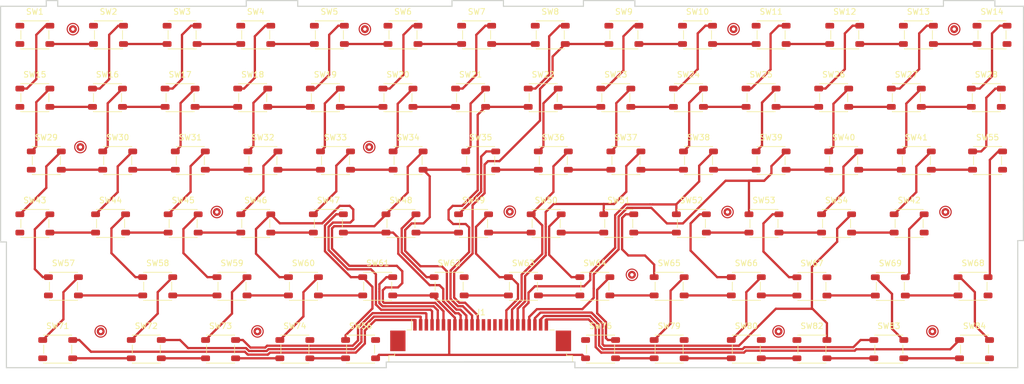
<source format=kicad_pcb>
(kicad_pcb (version 20241229) (generator "pcbnew") (generator_version "9.0")
  (layers (0 "F.Cu" signal) (2 "B.Cu" signal) (13 "F.Paste" user) (15 "B.Paste" user) (5 "F.SilkS" user "F.Silkscreen") (7 "B.SilkS" user "B.Silkscreen") (1 "F.Mask" user) (3 "B.Mask" user) (25 "Edge.Cuts" user))
  (net 0 "")
  (net 1 "/ROW_02")
  (net 2 "/COL_13")
  (net 3 "/COL_05")
  (net 4 "/COL_09")
  (net 5 "/COL_03")
  (net 6 "/COL_07")
  (net 7 "GNDPWR")
  (net 8 "/COL_12")
  (net 9 "/COL_11")
  (net 10 "/COL_02")
  (net 11 "/COL_06")
  (net 12 "/ROW_05")
  (net 13 "/ROW_01")
  (net 14 "/ROW_03")
  (net 15 "/COL_10")
  (net 16 "/COL_01")
  (net 17 "/COL_08")
  (net 18 "/ROW_06")
  (net 19 "/ROW_04")
  (net 20 "/COL_04")
  (net 21 "/COL_00")
  (footprint "Button_Switch_SMD:SW_SPST_PTS647_Sx38" (layer "F.Cu") (at 83.844058 80.342)
    (property "Reference" "SW17")
    (property "Value" "2" (hide yes))
  )
  (footprint "Button_Switch_SMD:SW_SPST_PTS647_Sx38" (layer "F.Cu") (at 121.969058 80.342)
    (property "Reference" "SW20")
    (property "Value" "5" (hide yes))
  )
  (footprint "Button_Switch_SMD:SW_SPST_PTS647_Sx38" (layer "F.Cu") (at 58.427391 102.342)
    (property "Reference" "SW43")
    (property "Value" "CAPS" (hide yes))
  )
  (footprint "Button_Switch_SMD:SW_SPST_PTS647_Sx38" (layer "F.Cu") (at 122.495573 102.342)
    (property "Reference" "SW48")
    (property "Value" "G" (hide yes))
  )
  (footprint "Button_Switch_SMD:SW_SPST_PTS647_Sx38" (layer "F.Cu") (at 111.041027 91.342)
    (property "Reference" "SW33")
    (property "Value" "R" (hide yes))
  )
  (footprint "Button_Switch_SMD:SW_SPST_PTS647_Sx38" (layer "F.Cu") (at 84.381936 102.342)
    (property "Reference" "SW45")
    (property "Value" "S" (hide yes))
  )
  (footprint "Button_Switch_SMD:SW_SPST_PTS647_Sx38" (layer "F.Cu") (at 143.927391 113.342)
    (property "Reference" "SW63")
    (property "Value" "N" (hide yes))
  )
  (footprint "Button_Switch_SMD:SW_SPST_PTS647_Sx38" (layer "F.Cu") (at 187.273545 69.342)
    (property "Reference" "SW11")
    (property "Value" "F10" (hide yes))
  )
  (footprint "Button_Switch_SMD:SW_SPST_PTS647_Sx38" (layer "F.Cu") (at 97.086482 102.342)
    (property "Reference" "SW46")
    (property "Value" "D" (hide yes))
  )
  (footprint "Button_Switch_SMD:SW_SPST_PTS647_Sx38" (layer "F.Cu") (at 222.861391 124.342)
    (property "Reference" "SW84")
    (property "Value" "RIGHT")
  )
  (footprint "Button_Switch_SMD:SW_SPST_PTS647_Sx38" (layer "F.Cu") (at 161.504314 69.342)
    (property "Reference" "SW9")
    (property "Value" "F8" (hide yes))
  )
  (footprint "Button_Switch_SMD:SW_SPST_PTS647_Sx38" (layer "F.Cu") (at 173.313755 102.342)
    (property "Reference" "SW52")
    (property "Value" "L" (hide yes))
  )
  (footprint "Button_Switch_SMD:SW_SPST_PTS647_Sx38" (layer "F.Cu") (at 160.094058 80.342)
    (property "Reference" "SW23")
    (property "Value" "8" (hide yes))
  )
  (footprint "Button_Switch_SMD:SW_SPST_PTS647_Sx38" (layer "F.Cu") (at 122.850468 69.342)
    (property "Reference" "SW6")
    (property "Value" "F5" (hide yes))
  )
  (footprint "Button_Switch_SMD:SW_SPST_PTS647_Sx38" (layer "F.Cu") (at 169.427391 124.342)
    (property "Reference" "SW79")
    (property "Value" "RALT")
  )
  (footprint "Button_Switch_SMD:SW_SPST_PTS647_Sx38" (layer "F.Cu") (at 103.927391 124.342)
    (property "Reference" "SW74")
    (property "Value" "LALT")
  )
  (footprint "Button_Switch_SMD:SW_SPST_PTS647_Sx38" (layer "F.Cu") (at 224.927391 80.342)
    (property "Reference" "SW28")
    (property "Value" "BCKSPC" (hide yes))
  )
  (footprint "Button_Switch_SMD:SW_SPST_PTS647_Sx38" (layer "F.Cu") (at 135.200118 102.342)
    (property "Reference" "SW49")
    (property "Value" "H" (hide yes))
  )
  (footprint "Button_Switch_SMD:SW_SPST_PTS647_Sx38" (layer "F.Cu") (at 109.791027 102.342)
    (property "Reference" "SW47")
    (property "Value" "F" (hide yes))
  )
  (footprint "Button_Switch_SMD:SW_SPST_PTS647_Sx38" (layer "F.Cu") (at 136.450118 91.342)
    (property "Reference" "SW35")
    (property "Value" "Y" (hide yes))
  )
  (footprint "Button_Switch_SMD:SW_SPST_PTS647_Sx38" (layer "F.Cu") (at 77.927391 124.342)
    (property "Reference" "SW72")
    (property "Value" "MENU")
  )
  (footprint "Button_Switch_SMD:SW_SPST_PTS647_Sx38" (layer "F.Cu") (at 186.0183 102.342)
    (property "Reference" "SW53")
    (property "Value" ";" (hide yes))
  )
  (footprint "Button_Switch_SMD:SW_SPST_PTS647_Sx38" (layer "F.Cu") (at 63.427391 113.342)
    (property "Reference" "SW57")
    (property "Value" "LSHIFT" (hide yes))
  )
  (footprint "Button_Switch_SMD:SW_SPST_PTS647_Sx38" (layer "F.Cu") (at 134.677391 80.342)
    (property "Reference" "SW21")
    (property "Value" "6" (hide yes))
  )
  (footprint "Button_Switch_SMD:SW_SPST_PTS647_Sx38" (layer "F.Cu") (at 105.427391 113.342)
    (property "Reference" "SW60")
    (property "Value" "C" (hide yes))
  )
  (footprint "Button_Switch_SMD:SW_SPST_PTS647_Sx38" (layer "F.Cu") (at 149.154664 91.342)
    (property "Reference" "SW36")
    (property "Value" "U" (hide yes))
  )
  (footprint "Button_Switch_SMD:SW_SPST_PTS647_Sx38" (layer "F.Cu") (at 213.042776 69.342)
    (property "Reference" "SW13")
    (property "Value" "F12" (hide yes))
  )
  (footprint "Button_Switch_SMD:SW_SPST_PTS647_Sx38" (layer "F.Cu") (at 194.413391 113.364)
    (property "Reference" "SW67")
    (property "Value" "/" (hide yes))
  )
  (footprint "Button_Switch_SMD:SW_SPST_PTS647_Sx38" (layer "F.Cu") (at 200.15816 69.342)
    (property "Reference" "SW12")
    (property "Value" "F11" (hide yes))
  )
  (footprint "Button_Switch_SMD:SW_SPST_PTS647_Sx38" (layer "F.Cu") (at 109.260724 80.342)
    (property "Reference" "SW19")
    (property "Value" "4" (hide yes))
  )
  (footprint "Button_Switch_SMD:SW_SPST_PTS647_Sx38" (layer "F.Cu") (at 198.219058 80.342)
    (property "Reference" "SW26")
    (property "Value" "-" (hide yes))
  )
  (footprint "Button_Switch_SMD:SW_SPST_PTS647_Sx38" (layer "F.Cu") (at 208.129391 113.364)
    (property "Reference" "SW69")
    (property "Value" "UP" (hide yes))
  )
  (footprint "Button_Switch_SMD:SW_SPST_PTS647_Sx38" (layer "F.Cu") (at 185.510724 80.342)
    (property "Reference" "SW25")
    (property "Value" "0" (hide yes))
  )
  (footprint "Button_Switch_SMD:SW_SPST_PTS647_Sx38" (layer "F.Cu") (at 58.427391 69.342)
    (property "Reference" "SW1")
    (property "Value" "Esc" (hide yes))
  )
  (footprint "Button_Switch_SMD:SW_SPST_PTS647_Sx38" (layer "F.Cu") (at 130.927391 113.342)
    (property "Reference" "SW62")
    (property "Value" "B" (hide yes))
  )
  (footprint "Button_Switch_SMD:SW_SPST_PTS647_Sx38" (layer "F.Cu") (at 174.388929 69.342)
    (property "Reference" "SW10")
    (property "Value" "F9" (hide yes))
  )
  (footprint "Button_Switch_SMD:SW_SPST_PTS647_Sx38" (layer "F.Cu") (at 60.427391 91.342)
    (property "Reference" "SW29")
    (property "Value" "TAB" (hide yes))
  )
  (footprint "Button_Switch_SMD:SW_SPST_PTS647_Sx38" (layer "F.Cu") (at 58.427391 80.342)
    (property "Reference" "SW15")
    (property "Value" "~ `" (hide yes))
  )
  (footprint "Button_Switch_SMD:SW_SPST_PTS647_Sx38" (layer "F.Cu") (at 71.677391 102.342)
    (property "Reference" "SW44")
    (property "Value" "A" (hide yes))
  )
  (footprint "Button_Switch_SMD:SW_SPST_PTS647_Sx38" (layer "F.Cu") (at 182.927391 113.342)
    (property "Reference" "SW66")
    (property "Value" "." (hide yes))
  )
  (footprint "Button_Switch_SMD:SW_SPST_PTS647_Sx38" (layer "F.Cu") (at 225.927391 69.342)
    (property "Reference" "SW14")
    (property "Value" "DEL" (hide yes))
  )
  (footprint "Button_Switch_SMD:SW_SPST_PTS647_Sx38" (layer "F.Cu") (at 71.135724 80.342)
    (property "Reference" "SW16")
    (property "Value" "1" (hide yes))
  )
  (footprint "Button_Switch_SMD:SW_SPST_PTS647_Sx38" (layer "F.Cu") (at 72.927391 91.342)
    (property "Reference" "SW30")
    (property "Value" "Q" (hide yes))
  )
  (footprint "Button_Switch_SMD:SW_SPST_PTS647_Sx38" (layer "F.Cu") (at 156.427391 113.342)
    (property "Reference" "SW64")
    (property "Value" "M" (hide yes))
  )
  (footprint "Button_Switch_SMD:SW_SPST_PTS647_Sx38" (layer "F.Cu") (at 97.081237 69.342)
    (property "Reference" "SW4")
    (property "Value" "F3" (hide yes))
  )
  (footprint "Button_Switch_SMD:SW_SPST_PTS647_Sx38" (layer "F.Cu") (at 182.927391 124.342)
    (property "Reference" "SW80")
    (property "Value" "RCTRL")
  )
  (footprint "Button_Switch_SMD:SW_SPST_PTS647_Sx38" (layer "F.Cu") (at 161.859209 91.342)
    (property "Reference" "SW37")
    (property "Value" "I" (hide yes))
  )
  (footprint "Button_Switch_SMD:SW_SPST_PTS647_Sx38" (layer "F.Cu") (at 90.927391 124.342)
    (property "Reference" "SW73")
    (property "Value" "WIN")
  )
  (footprint "Button_Switch_SMD:SW_SPST_PTS647_Sx38" (layer "F.Cu") (at 198.722846 102.342)
    (property "Reference" "SW54")
    (property "Value" "'" (hide yes))
  )
  (footprint "Button_Switch_SMD:SW_SPST_PTS647_Sx38" (layer "F.Cu") (at 109.965853 69.342)
    (property "Reference" "SW5")
    (property "Value" "F4" (hide yes))
  )
  (footprint "Button_Switch_SMD:SW_SPST_PTS647_Sx38" (layer "F.Cu") (at 115.427391 124.342)
    (property "Reference" "SW56")
    (property "Value" "SPACE")
  )
  (footprint "Button_Switch_SMD:SW_SPST_PTS647_Sx38" (layer "F.Cu") (at 160.609209 102.342)
    (property "Reference" "SW51")
    (property "Value" "K" (hide yes))
  )
  (footprint "Button_Switch_SMD:SW_SPST_PTS647_Sx38" (layer "F.Cu") (at 92.927391 113.342)
    (property "Reference" "SW59")
    (property "Value" "X" (hide yes))
  )
  (footprint "Button_Switch_SMD:SW_SPST_PTS647_Sx38" (layer "F.Cu") (at 147.385724 80.342)
    (property "Reference" "SW22")
    (property "Value" "7" (hide yes))
  )
  (footprint "Button_Switch_SMD:SW_SPST_PTS647_Sx38" (layer "F.Cu") (at 169.427391 113.342)
    (property "Reference" "SW65")
    (property "Value" "," (hide yes))
  )
  (footprint "Button_Switch_SMD:SW_SPST_PTS647_Sx38" (layer "F.Cu") (at 147.904664 102.342)
    (property "Reference" "SW50")
    (property "Value" "J" (hide yes))
  )
  (footprint "Button_Switch_SMD:SW_SPST_PTS647_Sx38" (layer "F.Cu") (at 98.336482 91.342)
    (property "Reference" "SW32")
    (property "Value" "E" (hide yes))
  )
  (footprint "Button_Switch_SMD:SW_SPST_PTS647_Sx38" (layer "F.Cu") (at 194.413391 124.342)
    (property "Reference" "SW82")
    (property "Value" "LEFT")
  )
  (footprint "Button_Switch_SMD:SW_SPST_PTS647_Sx38" (layer "F.Cu") (at 71.312006 69.342)
    (property "Reference" "SW2")
    (property "Value" "F1" (hide yes))
  )
  (footprint "Button_Switch_SMD:SW_SPST_PTS647_Sx38" (layer "F.Cu") (at 62.427391 124.342)
    (property "Reference" "SW71")
    (property "Value" "LCTRL")
  )
  (footprint "Button_Switch_SMD:SW_SPST_PTS647_Sx38" (layer "F.Cu") (at 187.2683 91.342)
    (property "Reference" "SW39")
    (property "Value" "P" (hide yes))
  )
  (footprint "Button_Switch_SMD:SW_SPST_PTS647_Sx38" (layer "F.Cu") (at 225.147391 91.342)
    (property "Reference" "SW55")
    (property "Value" "ENTER" (hide yes))
  )
  (footprint "Button_Switch_SMD:SW_SPST_PTS647_Sx38" (layer "F.Cu") (at 207.875391 124.342)
    (property "Reference" "SW83")
    (property "Value" "DOWN")
  )
  (footprint "Button_Switch_SMD:SW_SPST_PTS647_Sx38" (layer "F.Cu") (at 96.552391 80.342)
    (property "Reference" "SW18")
    (property "Value" "3" (hide yes))
  )
  (footprint "Button_Switch_SMD:SW_SPST_PTS647_Sx38" (layer "F.Cu") (at 222.607391 113.342)
    (property "Reference" "SW68")
    (property "Value" "RSHIFT" (hide yes))
  )
  (footprint "Button_Switch_SMD:SW_SPST_PTS647_Sx38" (layer "F.Cu") (at 157.427391 124.342)
    (property "Reference" "SW76")
    (property "Value" "SPACE")
  )
  (footprint "Button_Switch_SMD:SW_SPST_PTS647_Sx38" (layer "F.Cu") (at 148.619699 69.342)
    (property "Reference" "SW8")
    (property "Value" "F7" (hide yes))
  )
  (footprint "Button_Switch_SMD:SW_SPST_PTS647_Sx38" (layer "F.Cu") (at 172.802391 80.342)
    (property "Reference" "SW24")
    (property "Value" "9" (hide yes))
  )
  (footprint "Button_Switch_SMD:SW_SPST_PTS647_Sx38" (layer "F.Cu") (at 174.563755 91.342)
    (property "Reference" "SW38")
    (property "Value" "O" (hide yes))
  )
  (footprint "Button_Switch_SMD:SW_SPST_PTS647_Sx38" (layer "F.Cu") (at 211.427391 102.342)
    (property "Reference" "SW42")
    (property "Value" "\\" (hide yes))
  )
  (footprint "Button_Switch_SMD:SW_SPST_PTS647_Sx38" (layer "F.Cu") (at 212.677391 91.342)
    (property "Reference" "SW41")
    (property "Value" "]" (hide yes))
  )
  (footprint "Connector_FFC-FPC:TE_2-84952-4_1x24-1MP_P1.0mm_Horizontal" (layer "F.Cu") (at 136.437391 121.892)
    (property "Reference" "J1")
    (property "Value" "Conn_01x24_MountingPin")
  )
  (footprint "Button_Switch_SMD:SW_SPST_PTS647_Sx38" (layer "F.Cu") (at 79.927391 113.342)
    (property "Reference" "SW58")
    (property "Value" "Z" (hide yes))
  )
  (footprint "Button_Switch_SMD:SW_SPST_PTS647_Sx38" (layer "F.Cu") (at 210.927391 80.342)
    (property "Reference" "SW27")
    (property "Value" "=" (hide yes))
  )
  (footprint "Button_Switch_SMD:SW_SPST_PTS647_Sx38" (layer "F.Cu") (at 135.735083 69.342)
    (property "Reference" "SW7")
    (property "Value" "F6" (hide yes))
  )
  (footprint "Button_Switch_SMD:SW_SPST_PTS647_Sx38" (layer "F.Cu") (at 118.427391 113.342)
    (property "Reference" "SW61")
    (property "Value" "V" (hide yes))
  )
  (footprint "Button_Switch_SMD:SW_SPST_PTS647_Sx38" (layer "F.Cu") (at 123.745573 91.342)
    (property "Reference" "SW34")
    (property "Value" "T" (hide yes))
  )
  (footprint "Button_Switch_SMD:SW_SPST_PTS647_Sx38" (layer "F.Cu") (at 199.972846 91.342)
    (property "Reference" "SW40")
    (property "Value" "[" (hide yes))
  )
  (footprint "Button_Switch_SMD:SW_SPST_PTS647_Sx38" (layer "F.Cu") (at 85.631936 91.342)
    (property "Reference" "SW31")
    (property "Value" "W" (hide yes))
  )
  (footprint "Button_Switch_SMD:SW_SPST_PTS647_Sx38" (layer "F.Cu") (at 84.196622 69.342)
    (property "Reference" "SW3")
    (property "Value" "F2" (hide yes))
  )
  (gr_circle (center 66.397391 88.98) (end 66.897391 88.98) (stroke (width 0.4)) (fill no) (layer "F.Cu"))
  (gr_circle (center 215.495391 121.238) (end 216.495391 121.238) (stroke (width 0.2)) (fill no) (layer "F.Cu"))
  (gr_circle (center 116.943391 88.98) (end 117.943391 88.98) (stroke (width 0.2)) (fill no) (layer "F.Cu"))
  (gr_circle (center 215.495391 121.238) (end 215.995391 121.238) (stroke (width 0.4)) (fill no) (layer "F.Cu"))
  (gr_circle (center 219.305391 68.342) (end 219.805391 68.342) (stroke (width 0.4)) (fill no) (layer "F.Cu"))
  (gr_circle (center 90.273391 100.342) (end 91.273391 100.342) (stroke (width 0.2)) (fill no) (layer "F.Cu"))
  (gr_circle (center 66.397391 88.98) (end 67.397391 88.98) (stroke (width 0.2)) (fill no) (layer "F.Cu"))
  (gr_circle (center 97.385391 121.238) (end 97.885391 121.238) (stroke (width 0.4)) (fill no) (layer "F.Cu"))
  (gr_circle (center 179.641391 100.342) (end 180.141391 100.342) (stroke (width 0.4)) (fill no) (layer "F.Cu"))
  (gr_circle (center 65.087391 68.342) (end 66.087391 68.342) (stroke (width 0.2)) (fill no) (layer "F.Cu"))
  (gr_circle (center 162.917391 111.332) (end 163.417391 111.332) (stroke (width 0.4)) (fill no) (layer "F.Cu"))
  (gr_circle (center 180.697391 68.342) (end 181.197391 68.342) (stroke (width 0.4)) (fill no) (layer "F.Cu"))
  (gr_circle (center 217.781391 100.342) (end 218.781391 100.342) (stroke (width 0.2)) (fill no) (layer "F.Cu"))
  (gr_circle (center 179.641391 100.342) (end 180.641391 100.342) (stroke (width 0.2)) (fill no) (layer "F.Cu"))
  (gr_circle (center 162.917391 111.332) (end 163.917391 111.332) (stroke (width 0.2)) (fill no) (layer "F.Cu"))
  (gr_circle (center 141.541391 100.292) (end 142.541391 100.292) (stroke (width 0.2)) (fill no) (layer "F.Cu"))
  (gr_circle (center 188.571391 121.238) (end 189.571391 121.238) (stroke (width 0.2)) (fill no) (layer "F.Cu"))
  (gr_circle (center 116.181391 68.342) (end 117.181391 68.342) (stroke (width 0.2)) (fill no) (layer "F.Cu"))
  (gr_circle (center 65.087391 68.342) (end 65.587391 68.342) (stroke (width 0.4)) (fill no) (layer "F.Cu"))
  (gr_circle (center 116.181391 68.342) (end 116.681391 68.342) (stroke (width 0.4)) (fill no) (layer "F.Cu"))
  (gr_circle (center 97.385391 121.238) (end 98.385391 121.238) (stroke (width 0.2)) (fill no) (layer "F.Cu"))
  (gr_circle (center 69.953391 121.238) (end 70.453391 121.238) (stroke (width 0.4)) (fill no) (layer "F.Cu"))
  (gr_circle (center 188.571391 121.238) (end 189.071391 121.238) (stroke (width 0.4)) (fill no) (layer "F.Cu"))
  (gr_circle (center 69.953391 121.238) (end 70.953391 121.238) (stroke (width 0.2)) (fill no) (layer "F.Cu"))
  (gr_circle (center 217.781391 100.342) (end 218.281391 100.342) (stroke (width 0.4)) (fill no) (layer "F.Cu"))
  (gr_circle (center 90.273391 100.342) (end 90.773391 100.342) (stroke (width 0.4)) (fill no) (layer "F.Cu"))
  (gr_circle (center 180.697391 68.342) (end 181.697391 68.342) (stroke (width 0.2)) (fill no) (layer "F.Cu"))
  (gr_circle (center 116.943391 88.98) (end 117.443391 88.98) (stroke (width 0.4)) (fill no) (layer "F.Cu"))
  (gr_circle (center 141.541391 100.292) (end 142.041391 100.292) (stroke (width 0.4)) (fill no) (layer "F.Cu"))
  (gr_circle (center 219.305391 68.342) (end 220.305391 68.342) (stroke (width 0.2)) (fill no) (layer "F.Cu"))
  (gr_line (start 95.427391 63.342) (end 104.427391 63.342) (stroke (width 0.2)) (layer "Edge.Cuts"))
  (gr_line (start 226.427391 64.342) (end 231.439491 64.342) (stroke (width 0.2)) (layer "Edge.Cuts"))
  (gr_line (start 217.427391 63.342) (end 226.427391 63.342) (stroke (width 0.2)) (layer "Edge.Cuts"))
  (gr_line (start 60.427391 63.342) (end 62.427391 63.342) (stroke (width 0.2)) (layer "Edge.Cuts"))
  (gr_line (start 231.439491 64.342) (end 231.415291 105.342) (stroke (width 0.2)) (layer "Edge.Cuts"))
  (gr_line (start 140.427391 64.342) (end 154.427391 64.342) (stroke (width 0.2)) (layer "Edge.Cuts"))
  (gr_line (start 104.427391 63.342) (end 104.427391 64.342) (stroke (width 0.2)) (layer "Edge.Cuts"))
  (gr_line (start 119.927391 126.592) (end 152.927391 126.5848) (stroke (width 0.2)) (layer "Edge.Cuts"))
  (gr_line (start 230.427391 105.342) (end 231.427391 105.342) (stroke (width 0.2)) (layer "Edge.Cuts"))
  (gr_line (start 152.927391 127.592) (end 230.427391 127.5848) (stroke (width 0.2)) (layer "Edge.Cuts"))
  (gr_line (start 226.427391 63.342) (end 226.427391 64.342) (stroke (width 0.2)) (layer "Edge.Cuts"))
  (gr_line (start 52.427391 64.342) (end 52.427391 105.5848) (stroke (width 0.2)) (layer "Edge.Cuts"))
  (gr_line (start 52.427391 64.342) (end 60.427391 64.342) (stroke (width 0.2)) (layer "Edge.Cuts"))
  (gr_line (start 163.427391 64.342) (end 217.427391 64.342) (stroke (width 0.2)) (layer "Edge.Cuts"))
  (gr_line (start 60.427391 63.342) (end 60.427391 64.342) (stroke (width 0.2)) (layer "Edge.Cuts"))
  (gr_line (start 53.451591 127.5848) (end 119.927391 127.5848) (stroke (width 0.2)) (layer "Edge.Cuts"))
  (gr_line (start 152.927391 127.5848) (end 152.927391 126.5848) (stroke (width 0.2)) (layer "Edge.Cuts"))
  (gr_line (start 62.427391 64.342) (end 95.427391 64.342) (stroke (width 0.2)) (layer "Edge.Cuts"))
  (gr_line (start 163.427391 63.342) (end 163.427391 64.342) (stroke (width 0.2)) (layer "Edge.Cuts"))
  (gr_line (start 217.427391 63.342) (end 217.427391 64.342) (stroke (width 0.2)) (layer "Edge.Cuts"))
  (gr_line (start 52.427391 105.5848) (end 53.451591 105.5848) (stroke (width 0.2)) (layer "Edge.Cuts"))
  (gr_line (start 154.427391 63.342) (end 154.427391 64.342) (stroke (width 0.2)) (layer "Edge.Cuts"))
  (gr_line (start 119.927391 127.5848) (end 119.927391 126.592) (stroke (width 0.2)) (layer "Edge.Cuts"))
  (gr_line (start 53.451591 105.5848) (end 53.451591 127.588) (stroke (width 0.2)) (layer "Edge.Cuts"))
  (gr_line (start 62.427391 63.342) (end 62.427391 64.342) (stroke (width 0.2)) (layer "Edge.Cuts"))
  (gr_line (start 140.427391 63.342) (end 140.427391 64.342) (stroke (width 0.2)) (layer "Edge.Cuts"))
  (gr_line (start 104.427391 64.342) (end 131.427391 64.342) (stroke (width 0.2)) (layer "Edge.Cuts"))
  (gr_line (start 131.427391 63.342) (end 140.427391 63.342) (stroke (width 0.2)) (layer "Edge.Cuts"))
  (gr_line (start 154.427391 63.342) (end 163.427391 63.342) (stroke (width 0.2)) (layer "Edge.Cuts"))
  (gr_line (start 230.427391 105.363) (end 230.427391 127.5848) (stroke (width 0.2)) (layer "Edge.Cuts"))
  (gr_line (start 95.427391 63.342) (end 95.427391 64.342) (stroke (width 0.2)) (layer "Edge.Cuts"))
  (gr_line (start 131.427391 63.342) (end 131.427391 64.342) (stroke (width 0.2)) (layer "Edge.Cuts"))
  (segment (start 131.201391 110.9424) (end 131.167391 110.9764) (width 0.4) (layer "F.Cu") (net 1))
  (segment (start 133.323249 116.827) (end 134.937391 118.441142) (width 0.4) (layer "F.Cu") (net 1))
  (segment (start 134.426391 107.350058) (end 131.553449 110.223) (width 0.4) (layer "F.Cu") (net 1))
  (segment (start 131.201391 115.568742) (end 131.553449 115.9208) (width 0.4) (layer "F.Cu") (net 1))
  (segment (start 150.010724 81.942) (end 157.469058 81.942) (width 0.4) (layer "F.Cu") (net 1))
  (segment (start 73.760724 81.942) (end 81.219058 81.942) (width 0.4) (layer "F.Cu") (net 1))
  (segment (start 175.427391 81.942) (end 182.885724 81.942) (width 0.4) (layer "F.Cu") (net 1))
  (segment (start 130.827391 99.988) (end 130.827391 101.642) (width 0.4) (layer "F.Cu") (net 1))
  (segment (start 222.302391 81.942) (end 213.552391 81.942) (width 0.4) (layer "F.Cu") (net 1))
  (segment (start 162.719058 81.942) (end 170.177391 81.942) (width 0.4) (layer "F.Cu") (net 1))
  (segment (start 61.052391 81.942) (end 68.510724 81.942) (width 0.4) (layer "F.Cu") (net 1))
  (segment (start 200.844058 81.942) (end 208.302391 81.942) (width 0.4) (layer "F.Cu") (net 1))
  (segment (start 131.553449 110.223) (end 131.201391 110.575058) (width 0.4) (layer "F.Cu") (net 1))
  (segment (start 133.827391 102.442) (end 134.426391 103.041) (width 0.4) (layer "F.Cu") (net 1))
  (segment (start 131.553449 115.9208) (end 132.107591 116.474942) (width 0.4) (layer "F.Cu") (net 1))
  (segment (start 131.201391 115.557) (end 131.201391 115.568742) (width 0.4) (layer "F.Cu") (net 1))
  (segment (start 131.167391 115.523) (end 131.201391 115.557) (width 0.4) (layer "F.Cu") (net 1))
  (segment (start 99.177391 81.942) (end 106.635724 81.942) (width 0.4) (layer "F.Cu") (net 1))
  (segment (start 133.200176 99.267) (end 131.548391 99.267) (width 0.4) (layer "F.Cu") (net 1))
  (segment (start 111.885724 81.942) (end 119.344058 81.942) (width 0.4) (layer "F.Cu") (net 1))
  (segment (start 132.957533 116.827) (end 133.323249 116.827) (width 0.4) (layer "F.Cu") (net 1))
  (segment (start 134.426391 103.041) (end 134.426391 107.350058) (width 0.4) (layer "F.Cu") (net 1))
  (segment (start 86.469058 81.942) (end 93.927391 81.942) (width 0.4) (layer "F.Cu") (net 1))
  (segment (start 134.937391 118.441142) (end 134.937391 120.092) (width 0.4) (layer "F.Cu") (net 1))
  (segment (start 137.302391 81.942) (end 144.760724 81.942) (width 0.4) (layer "F.Cu") (net 1))
  (segment (start 132.107591 116.474942) (end 132.459649 116.827) (width 0.4) (layer "F.Cu") (net 1))
  (segment (start 188.135724 81.942) (end 195.594058 81.942) (width 0.4) (layer "F.Cu") (net 1))
  (segment (start 130.827391 101.642) (end 131.627391 102.442) (width 0.4) (layer "F.Cu") (net 1))
  (segment (start 131.167391 110.9764) (end 131.167391 115.523) (width 0.4) (layer "F.Cu") (net 1))
  (segment (start 137.302391 81.942) (end 135.925391 83.319) (width 0.4) (layer "F.Cu") (net 1))
  (segment (start 131.548391 99.267) (end 130.827391 99.988) (width 0.4) (layer "F.Cu") (net 1))
  (segment (start 132.459649 116.827) (end 132.957533 116.827) (width 0.4) (layer "F.Cu") (net 1))
  (segment (start 131.627391 102.442) (end 133.827391 102.442) (width 0.4) (layer "F.Cu") (net 1))
  (segment (start 131.201391 110.575058) (end 131.201391 110.9424) (width 0.4) (layer "F.Cu") (net 1))
  (segment (start 135.925391 96.541785) (end 133.200176 99.267) (width 0.4) (layer "F.Cu") (net 1))
  (segment (start 135.925391 83.319) (end 135.925391 96.541785) (width 0.4) (layer "F.Cu") (net 1))
  (segment (start 124.594058 81.942) (end 132.052391 81.942) (width 0.4) (layer "F.Cu") (net 1))
  (segment (start 225.486391 122.742) (end 226.052391 122.742) (width 0.4) (layer "F.Cu") (net 2))
  (segment (start 218.616191 124.3622) (end 202.157133 124.3622) (width 0.4) (layer "F.Cu") (net 2))
  (segment (start 227.027391 89.742) (end 225.552391 91.217) (width 0.4) (layer "F.Cu") (net 2))
  (segment (start 219.982391 111.742) (end 220.302391 111.742) (width 0.4) (layer "F.Cu") (net 2))
  (segment (start 225.552391 111.422) (end 225.232391 111.742) (width 0.4) (layer "F.Cu") (net 2))
  (segment (start 223.777391 78.742) (end 222.302391 78.742) (width 0.4) (layer "F.Cu") (net 2))
  (segment (start 222.927391 120.183) (end 225.486391 122.742) (width 0.4) (layer "F.Cu") (net 2))
  (segment (start 220.236391 122.742) (end 218.616191 124.3622) (width 0.4) (layer "F.Cu") (net 2))
  (segment (start 225.552391 91.217) (end 225.552391 111.422) (width 0.4) (layer "F.Cu") (net 2))
  (segment (start 227.772391 89.742) (end 227.027391 89.742) (width 0.4) (layer "F.Cu") (net 2))
  (segment (start 220.802391 122.742) (end 220.236391 122.742) (width 0.4) (layer "F.Cu") (net 2))
  (segment (start 220.302391 111.742) (end 222.927391 114.367) (width 0.4) (layer "F.Cu") (net 2))
  (segment (start 227.277391 67.742) (end 225.927391 69.092) (width 0.4) (layer "F.Cu") (net 2))
  (segment (start 147.937391 119.143) (end 147.937391 120.092) (width 0.4) (layer "F.Cu") (net 2))
  (segment (start 157.531507 124.943) (end 156.567391 123.978884) (width 0.4) (layer "F.Cu") (net 2))
  (segment (start 222.927391 114.367) (end 222.927391 120.183) (width 0.4) (layer "F.Cu") (net 2))
  (segment (start 182.861675 124.6076) (end 182.525275 124.944) (width 0.4) (layer "F.Cu") (net 2))
  (segment (start 157.628507 124.943) (end 157.531507 124.943) (width 0.4) (layer "F.Cu") (net 2))
  (segment (start 227.552391 78.742) (end 226.527391 78.742) (width 0.4) (layer "F.Cu") (net 2))
  (segment (start 224.027391 89.742) (end 222.522391 89.742) (width 0.4) (layer "F.Cu") (net 2))
  (segment (start 182.525275 124.944) (end 157.629507 124.944) (width 0.4) (layer "F.Cu") (net 2))
  (segment (start 156.567391 120.372484) (end 155.337907 119.143) (width 0.4) (layer "F.Cu") (net 2))
  (segment (start 148.038391 119.991) (end 147.937391 120.092) (width 0.4) (layer "F.Cu") (net 2))
  (segment (start 224.927391 80.342) (end 224.927391 88.842) (width 0.4) (layer "F.Cu") (net 2))
  (segment (start 201.911733 124.6076) (end 182.861675 124.6076) (width 0.4) (layer "F.Cu") (net 2))
  (segment (start 228.552391 67.742) (end 227.277391 67.742) (width 0.4) (layer "F.Cu") (net 2))
  (segment (start 226.527391 78.742) (end 224.927391 80.342) (width 0.4) (layer "F.Cu") (net 2))
  (segment (start 225.927391 69.092) (end 225.927391 76.592) (width 0.4) (layer "F.Cu") (net 2))
  (segment (start 156.567391 123.978884) (end 156.567391 120.372484) (width 0.4) (layer "F.Cu") (net 2))
  (segment (start 155.337907 119.143) (end 147.937391 119.143) (width 0.4) (layer "F.Cu") (net 2))
  (segment (start 202.157133 124.3622) (end 201.911733 124.6076) (width 0.4) (layer "F.Cu") (net 2))
  (segment (start 157.629507 124.944) (end 157.628507 124.943) (width 0.4) (layer "F.Cu") (net 2))
  (segment (start 225.927391 76.592) (end 223.777391 78.742) (width 0.4) (layer "F.Cu") (net 2))
  (segment (start 224.927391 88.842) (end 224.027391 89.742) (width 0.4) (layer "F.Cu") (net 2))
  (segment (start 110.428391 103.202942) (end 110.808333 102.823) (width 0.4) (layer "F.Cu") (net 3))
  (segment (start 122.627391 107.403058) (end 126.966333 111.742) (width 0.4) (layer "F.Cu") (net 3))
  (segment (start 121.972391 113.542) (end 122.727391 112.787) (width 0.4) (layer "F.Cu") (net 3))
  (segment (start 126.966333 111.742) (end 128.302391 111.742) (width 0.4) (layer "F.Cu") (net 3))
  (segment (start 126.370573 89.742) (end 123.677391 92.435182) (width 0.4) (layer "F.Cu") (net 3))
  (segment (start 120.527391 78.742) (end 119.344058 78.742) (width 0.4) (layer "F.Cu") (net 3))
  (segment (start 122.627391 103.235182) (end 122.627391 104.609058) (width 0.4) (layer "F.Cu") (net 3))
  (segment (start 119.516591 116.242) (end 119.322391 116.0478) (width 0.4) (layer "F.Cu") (net 3))
  (segment (start 116.999249 109.7658) (end 113.451075 109.7658) (width 0.4) (layer "F.Cu") (net 3))
  (segment (start 122.627391 104.609058) (end 122.627391 105.106942) (width 0.4) (layer "F.Cu") (net 3))
  (segment (start 121.927391 81.408667) (end 121.927391 88.935182) (width 0.4) (layer "F.Cu") (net 3))
  (segment (start 119.813391 113.542) (end 121.972391 113.542) (width 0.4) (layer "F.Cu") (net 3))
  (segment (start 129.937391 120.092) (end 129.937391 117.706426) (width 0.4) (layer "F.Cu") (net 3))
  (segment (start 124.527391 67.742) (end 122.927391 69.342) (width 0.4) (layer "F.Cu") (net 3))
  (segment (start 123.677391 92.435182) (end 123.677391 96.935182) (width 0.4) (layer "F.Cu") (net 3))
  (segment (start 121.777991 109.7658) (end 117.497133 109.7658) (width 0.4) (layer "F.Cu") (net 3))
  (segment (start 123.677391 96.935182) (end 119.870573 100.742) (width 0.4) (layer "F.Cu") (net 3))
  (segment (start 128.472965 116.242) (end 119.516591 116.242) (width 0.4) (layer "F.Cu") (net 3))
  (segment (start 122.927391 69.342) (end 122.927391 76.342) (width 0.4) (layer "F.Cu") (net 3))
  (segment (start 129.937391 117.706426) (end 128.472965 116.242) (width 0.4) (layer "F.Cu") (net 3))
  (segment (start 119.322391 114.033) (end 119.813391 113.542) (width 0.4) (layer "F.Cu") (net 3))
  (segment (start 122.627391 105.106942) (end 122.627391 107.403058) (width 0.4) (layer "F.Cu") (net 3))
  (segment (start 122.927391 76.342) (end 120.527391 78.742) (width 0.4) (layer "F.Cu") (net 3))
  (segment (start 110.808333 102.823) (end 117.846391 102.823) (width 0.4) (layer "F.Cu") (net 3))
  (segment (start 125.120573 100.742) (end 122.627391 103.235182) (width 0.4) (layer "F.Cu") (net 3))
  (segment (start 122.727391 110.7152) (end 121.777991 109.7658) (width 0.4) (layer "F.Cu") (net 3))
  (segment (start 117.846391 102.823) (end 119.870573 100.798818) (width 0.4) (layer "F.Cu") (net 3))
  (segment (start 124.594058 78.742) (end 121.927391 81.408667) (width 0.4) (layer "F.Cu") (net 3))
  (segment (start 117.497133 109.7658) (end 116.999249 109.7658) (width 0.4) (layer "F.Cu") (net 3))
  (segment (start 121.927391 88.935182) (end 121.120573 89.742) (width 0.4) (layer "F.Cu") (net 3))
  (segment (start 125.475468 67.742) (end 124.527391 67.742) (width 0.4) (layer "F.Cu") (net 3))
  (segment (start 113.451075 109.7658) (end 110.428391 106.743116) (width 0.4) (layer "F.Cu") (net 3))
  (segment (start 119.870573 100.798818) (end 119.870573 100.742) (width 0.4) (layer "F.Cu") (net 3))
  (segment (start 122.727391 112.787) (end 122.727391 110.7152) (width 0.4) (layer "F.Cu") (net 3))
  (segment (start 110.428391 106.743116) (end 110.428391 103.202942) (width 0.4) (layer "F.Cu") (net 3))
  (segment (start 119.322391 116.0478) (end 119.322391 114.033) (width 0.4) (layer "F.Cu") (net 3))
  (segment (start 144.815391 114.454) (end 144.815391 116.235826) (width 0.4) (layer "F.Cu") (net 4))
  (segment (start 185.552391 111.742) (end 182.927391 114.367) (width 0.4) (layer "F.Cu") (net 4))
  (segment (start 177.188755 89.742) (end 174.677391 92.253364) (width 0.4) (layer "F.Cu") (net 4))
  (segment (start 161.856391 99.013) (end 161.504333 99.365058) (width 0.4) (layer "F.Cu") (net 4))
  (segment (start 175.427391 78.742) (end 172.927391 81.242) (width 0.4) (layer "F.Cu") (net 4))
  (segment (start 162.354275 99.013) (end 161.856391 99.013) (width 0.4) (layer "F.Cu") (net 4))
  (segment (start 160.331649 100.537742) (end 160.072591 100.7968) (width 0.4) (layer "F.Cu") (net 4))
  (segment (start 172.927391 88.753364) (end 171.938755 89.742) (width 0.4) (layer "F.Cu") (net 4))
  (segment (start 172.927391 88.753364) (end 172.927391 81.242) (width 0.4) (layer "F.Cu") (net 4))
  (segment (start 174.427391 69.092) (end 174.427391 75.342) (width 0.4) (layer "F.Cu") (net 4))
  (segment (start 159.979591 101.387684) (end 159.979591 106.5898) (width 0.4) (layer "F.Cu") (net 4))
  (segment (start 177.827391 111.742) (end 180.302391 111.742) (width 0.4) (layer "F.Cu") (net 4))
  (segment (start 161.504333 99.365058) (end 160.331649 100.537742) (width 0.4) (layer "F.Cu") (net 4))
  (segment (start 166.561333 99.013) (end 166.063449 99.013) (width 0.4) (layer "F.Cu") (net 4))
  (segment (start 175.777391 67.742) (end 174.427391 69.092) (width 0.4) (layer "F.Cu") (net 4))
  (segment (start 175.938755 100.742) (end 174.777391 100.742) (width 0.4) (layer "F.Cu") (net 4))
  (segment (start 159.979591 100.8898) (end 159.979591 101.387684) (width 0.4) (layer "F.Cu") (net 4))
  (segment (start 170.688755 98.988636) (end 170.688755 100.742) (width 0.4) (layer "F.Cu") (net 4))
  (segment (start 144.815391 116.235826) (end 143.937391 117.113826) (width 0.4) (layer "F.Cu") (net 4))
  (segment (start 154.527391 113.342) (end 145.927391 113.342) (width 0.4) (layer "F.Cu") (net 4))
  (segment (start 143.937391 117.113826) (end 143.937391 120.092) (width 0.4) (layer "F.Cu") (net 4))
  (segment (start 182.927391 120.117) (end 180.302391 122.742) (width 0.4) (layer "F.Cu") (net 4))
  (segment (start 182.927391 114.367) (end 182.927391 120.117) (width 0.4) (layer "F.Cu") (net 4))
  (segment (start 155.626391 112.243) (end 154.527391 113.342) (width 0.4) (layer "F.Cu") (net 4))
  (segment (start 170.688755 99.013) (end 166.561333 99.013) (width 0.4) (layer "F.Cu") (net 4))
  (segment (start 174.677391 95) (end 170.688755 98.988636) (width 0.4) (layer "F.Cu") (net 4))
  (segment (start 177.013929 67.742) (end 175.777391 67.742) (width 0.4) (layer "F.Cu") (net 4))
  (segment (start 174.677391 92.253364) (end 174.677391 95) (width 0.4) (layer "F.Cu") (net 4))
  (segment (start 155.626391 111.490942) (end 155.626391 112.243) (width 0.4) (layer "F.Cu") (net 4))
  (segment (start 155.626391 110.993058) (end 155.626391 111.490942) (width 0.4) (layer "F.Cu") (net 4))
  (segment (start 166.063449 99.013) (end 162.354275 99.013) (width 0.4) (layer "F.Cu") (net 4))
  (segment (start 173.177391 102.342) (end 173.177391 107.092) (width 0.4) (layer "F.Cu") (net 4))
  (segment (start 174.777391 100.742) (end 173.177391 102.342) (width 0.4) (layer "F.Cu") (net 4))
  (segment (start 174.427391 75.342) (end 171.027391 78.742) (width 0.4) (layer "F.Cu") (net 4))
  (segment (start 160.072591 100.7968) (end 159.979591 100.8898) (width 0.4) (layer "F.Cu") (net 4))
  (segment (start 159.979591 106.5898) (end 155.626391 110.943) (width 0.4) (layer "F.Cu") (net 4))
  (segment (start 173.177391 107.092) (end 177.827391 111.742) (width 0.4) (layer "F.Cu") (net 4))
  (segment (start 155.626391 110.943) (end 155.626391 110.993058) (width 0.4) (layer "F.Cu") (net 4))
  (segment (start 145.927391 113.342) (end 144.815391 114.454) (width 0.4) (layer "F.Cu") (net 4))
  (segment (start 171.027391 78.742) (end 170.177391 78.742) (width 0.4) (layer "F.Cu") (net 4))
  (segment (start 105.427391 118.617) (end 101.302391 122.742) (width 0.4) (layer "F.Cu") (net 5))
  (segment (start 100.961482 89.742) (end 98.427391 92.276091) (width 0.4) (layer "F.Cu") (net 5))
  (segment (start 113.202133 110.3668) (end 109.827391 106.992058) (width 0.4) (layer "F.Cu") (net 5))
  (segment (start 109.827391 106.992058) (end 109.827391 102.954) (width 0.4) (layer "F.Cu") (net 5))
  (segment (start 118.111791 111.2304) (end 117.248191 110.3668) (width 0.4) (layer "F.Cu") (net 5))
  (segment (start 109.827391 102.954) (end 110.593391 102.188) (width 0.4) (layer "F.Cu") (net 5))
  (segment (start 95.027391 78.742) (end 93.927391 78.742) (width 0.4) (layer "F.Cu") (net 5))
  (segment (start 118.118475 116.545684) (end 118.111791 116.539) (width 0.4) (layer "F.Cu") (net 5))
  (segment (start 127.937391 117.7032) (end 127.678191 117.444) (width 0.4) (layer "F.Cu") (net 5))
  (segment (start 99.711482 100.742) (end 97.127391 103.326091) (width 0.4) (layer "F.Cu") (net 5))
  (segment (start 113.514391 99.267) (end 111.787191 99.267) (width 0.4) (layer "F.Cu") (net 5))
  (segment (start 110.901449 100.141) (end 110.549391 100.493058) (width 0.4) (layer "F.Cu") (net 5))
  (segment (start 105.427391 114.367) (end 105.427391 118.617) (width 0.4) (layer "F.Cu") (net 5))
  (segment (start 118.111791 116.539) (end 118.111791 111.2304) (width 0.4) (layer "F.Cu") (net 5))
  (segment (start 99.706237 67.742) (end 98.777391 67.742) (width 0.4) (layer "F.Cu") (net 5))
  (segment (start 110.913191 100.141) (end 110.901449 100.141) (width 0.4) (layer "F.Cu") (net 5))
  (segment (start 114.149391 99.902) (end 113.514391 99.267) (width 0.4) (layer "F.Cu") (net 5))
  (segment (start 114.149391 101.68) (end 114.149391 99.902) (width 0.4) (layer "F.Cu") (net 5))
  (segment (start 119.018707 117.444) (end 118.120391 116.545684) (width 0.4) (layer "F.Cu") (net 5))
  (segment (start 98.777391 67.742) (end 96.927391 69.592) (width 0.4) (layer "F.Cu") (net 5))
  (segment (start 117.248191 110.3668) (end 113.202133 110.3668) (width 0.4) (layer "F.Cu") (net 5))
  (segment (start 99.177391 78.742) (end 96.677391 81.242) (width 0.4) (layer "F.Cu") (net 5))
  (segment (start 127.678191 117.444) (end 119.018707 117.444) (width 0.4) (layer "F.Cu") (net 5))
  (segment (start 98.427391 92.276091) (end 98.427391 96.776091) (width 0.4) (layer "F.Cu") (net 5))
  (segment (start 96.677391 81.242) (end 96.677391 88.776091) (width 0.4) (layer "F.Cu") (net 5))
  (segment (start 97.127391 107.642) (end 101.227391 111.742) (width 0.4) (layer "F.Cu") (net 5))
  (segment (start 111.787191 99.267) (end 110.913191 100.141) (width 0.4) (layer "F.Cu") (net 5))
  (segment (start 108.727449 102.315) (end 101.284482 102.315) (width 0.4) (layer "F.Cu") (net 5))
  (segment (start 113.641391 102.188) (end 114.149391 101.68) (width 0.4) (layer "F.Cu") (net 5))
  (segment (start 96.927391 69.592) (end 96.927391 76.842) (width 0.4) (layer "F.Cu") (net 5))
  (segment (start 96.927391 76.842) (end 95.027391 78.742) (width 0.4) (layer "F.Cu") (net 5))
  (segment (start 110.549391 100.493058) (end 108.947449 102.095) (width 0.4) (layer "F.Cu") (net 5))
  (segment (start 108.052391 111.742) (end 105.427391 114.367) (width 0.4) (layer "F.Cu") (net 5))
  (segment (start 96.677391 88.776091) (end 95.711482 89.742) (width 0.4) (layer "F.Cu") (net 5))
  (segment (start 127.937391 120.092) (end 127.937391 117.7032) (width 0.4) (layer "F.Cu") (net 5))
  (segment (start 108.947449 102.095) (end 108.727449 102.315) (width 0.4) (layer "F.Cu") (net 5))
  (segment (start 101.284482 102.315) (end 99.711482 100.742) (width 0.4) (layer "F.Cu") (net 5))
  (segment (start 101.227391 111.742) (end 102.802391 111.742) (width 0.4) (layer "F.Cu") (net 5))
  (segment (start 110.593391 102.188) (end 113.641391 102.188) (width 0.4) (layer "F.Cu") (net 5))
  (segment (start 97.127391 103.326091) (end 97.127391 107.642) (width 0.4) (layer "F.Cu") (net 5))
  (segment (start 98.427391 96.776091) (end 94.461482 100.742) (width 0.4) (layer "F.Cu") (net 5))
  (segment (start 118.120391 116.545684) (end 118.118475 116.545684) (width 0.4) (layer "F.Cu") (net 5))
  (segment (start 147.226391 102.688727) (end 145.279664 100.742) (width 0.4) (layer "F.Cu") (net 6))
  (segment (start 143.613391 115.737942) (end 143.613391 111.306058) (width 0.4) (layer "F.Cu") (net 6))
  (segment (start 152.327391 111.742) (end 153.802391 111.742) (width 0.4) (layer "F.Cu") (net 6))
  (segment (start 150.529664 100.742) (end 150.529664 100.787454) (width 0.4) (layer "F.Cu") (net 6))
  (segment (start 147.427391 88.844273) (end 146.529664 89.742) (width 0.4) (layer "F.Cu") (net 6))
  (segment (start 151.244699 67.742) (end 150.277391 67.742) (width 0.4) (layer "F.Cu") (net 6))
  (segment (start 158.370391 119.612) (end 158.370391 122.406) (width 0.4) (layer "F.Cu") (net 6))
  (segment (start 148.427391 102.889727) (end 148.427391 107.842) (width 0.4) (layer "F.Cu") (net 6))
  (segment (start 158.706391 122.742) (end 160.052391 122.742) (width 0.4) (layer "F.Cu") (net 6))
  (segment (start 149.177391 92.344273) (end 149.177391 96.844273) (width 0.4) (layer "F.Cu") (net 6))
  (segment (start 150.010724 78.742) (end 147.427391 81.325333) (width 0.4) (layer "F.Cu") (net 6))
  (segment (start 158.370391 122.406) (end 158.706391 122.742) (width 0.4) (layer "F.Cu") (net 6))
  (segment (start 148.427391 107.842) (end 152.327391 111.742) (width 0.4) (layer "F.Cu") (net 6))
  (segment (start 141.937391 120.092) (end 141.937391 117.413942) (width 0.4) (layer "F.Cu") (net 6))
  (segment (start 147.226391 107.693058) (end 147.226391 102.688727) (width 0.4) (layer "F.Cu") (net 6))
  (segment (start 159.052391 111.742) (end 156.827391 113.967) (width 0.4) (layer "F.Cu") (net 6))
  (segment (start 149.177391 96.844273) (end 145.279664 100.742) (width 0.4) (layer "F.Cu") (net 6))
  (segment (start 146.027391 78.742) (end 144.760724 78.742) (width 0.4) (layer "F.Cu") (net 6))
  (segment (start 143.613391 111.306058) (end 147.226391 107.693058) (width 0.4) (layer "F.Cu") (net 6))
  (segment (start 151.779664 89.742) (end 149.177391 92.344273) (width 0.4) (layer "F.Cu") (net 6))
  (segment (start 150.277391 67.742) (end 148.427391 69.592) (width 0.4) (layer "F.Cu") (net 6))
  (segment (start 156.827391 118.069) (end 158.370391 119.612) (width 0.4) (layer "F.Cu") (net 6))
  (segment (start 150.529664 100.787454) (end 148.427391 102.889727) (width 0.4) (layer "F.Cu") (net 6))
  (segment (start 141.937391 117.413942) (end 143.613391 115.737942) (width 0.4) (layer "F.Cu") (net 6))
  (segment (start 148.427391 69.592) (end 148.427391 76.342) (width 0.4) (layer "F.Cu") (net 6))
  (segment (start 147.427391 81.325333) (end 147.427391 88.844273) (width 0.4) (layer "F.Cu") (net 6))
  (segment (start 156.827391 113.967) (end 156.827391 118.069) (width 0.4) (layer "F.Cu") (net 6))
  (segment (start 148.427391 76.342) (end 146.027391 78.742) (width 0.4) (layer "F.Cu") (net 6))
  (segment (start 157.780449 124.342) (end 157.168391 123.729942) (width 0.4) (layer "F.Cu") (net 8))
  (segment (start 205.504391 111.764) (end 205.513391 111.764) (width 0.4) (layer "F.Cu") (net 8))
  (segment (start 215.667776 67.742) (end 214.527391 67.742) (width 0.4) (layer "F.Cu") (net 8))
  (segment (start 201.662791 124.0066) (end 182.612733 124.0066) (width 0.4) (layer "F.Cu") (net 8))
  (segment (start 213.552391 78.742) (end 210.927391 81.367) (width 0.4) (layer "F.Cu") (net 8))
  (segment (start 157.168391 123.729942) (end 157.168391 120.123542) (width 0.4) (layer "F.Cu") (net 8))
  (segment (start 211.427391 111.091) (end 210.754391 111.764) (width 0.4) (layer "F.Cu") (net 8))
  (segment (start 205.513391 111.764) (end 208.427391 114.678) (width 0.4) (layer "F.Cu") (net 8))
  (segment (start 212.677391 92.367) (end 212.677391 96.867) (width 0.4) (layer "F.Cu") (net 8))
  (segment (start 212.677391 96.867) (end 208.802391 100.742) (width 0.4) (layer "F.Cu") (net 8))
  (segment (start 155.586849 118.542) (end 147.527391 118.542) (width 0.4) (layer "F.Cu") (net 8))
  (segment (start 157.168391 120.123542) (end 155.586849 118.542) (width 0.4) (layer "F.Cu") (net 8))
  (segment (start 214.039891 100.7295) (end 211.427391 103.342) (width 0.4) (layer "F.Cu") (net 8))
  (segment (start 213.177391 69.092) (end 213.177391 75.342) (width 0.4) (layer "F.Cu") (net 8))
  (segment (start 210.927391 88.867) (end 210.052391 89.742) (width 0.4) (layer "F.Cu") (net 8))
  (segment (start 202.927391 122.742) (end 201.662791 124.0066) (width 0.4) (layer "F.Cu") (net 8))
  (segment (start 208.427391 120.774) (end 210.395391 122.742) (width 0.4) (layer "F.Cu") (net 8))
  (segment (start 211.427391 103.342) (end 211.427391 111.091) (width 0.4) (layer "F.Cu") (net 8))
  (segment (start 147.527391 118.542) (end 146.937391 119.132) (width 0.4) (layer "F.Cu") (net 8))
  (segment (start 213.177391 75.342) (end 209.777391 78.742) (width 0.4) (layer "F.Cu") (net 8))
  (segment (start 214.052391 100.742) (end 214.039891 100.7295) (width 0.4) (layer "F.Cu") (net 8))
  (segment (start 182.612733 124.0066) (end 182.276333 124.343) (width 0.4) (layer "F.Cu") (net 8))
  (segment (start 210.927391 81.367) (end 210.927391 88.867) (width 0.4) (layer "F.Cu") (net 8))
  (segment (start 157.878449 124.343) (end 157.877449 124.342) (width 0.4) (layer "F.Cu") (net 8))
  (segment (start 208.427391 114.678) (end 208.427391 120.774) (width 0.4) (layer "F.Cu") (net 8))
  (segment (start 205.250391 122.742) (end 202.927391 122.742) (width 0.4) (layer "F.Cu") (net 8))
  (segment (start 209.777391 78.742) (end 208.302391 78.742) (width 0.4) (layer "F.Cu") (net 8))
  (segment (start 146.937391 119.132) (end 146.937391 120.092) (width 0.4) (layer "F.Cu") (net 8))
  (segment (start 157.877449 124.342) (end 157.780449 124.342) (width 0.4) (layer "F.Cu") (net 8))
  (segment (start 182.276333 124.343) (end 157.878449 124.343) (width 0.4) (layer "F.Cu") (net 8))
  (segment (start 214.527391 67.742) (end 213.177391 69.092) (width 0.4) (layer "F.Cu") (net 8))
  (segment (start 210.754391 111.764) (end 211.030391 111.764) (width 0.4) (layer "F.Cu") (net 8))
  (segment (start 215.302391 89.742) (end 212.677391 92.367) (width 0.4) (layer "F.Cu") (net 8))
  (segment (start 210.395391 122.742) (end 210.500391 122.742) (width 0.4) (layer "F.Cu") (net 8))
  (segment (start 194.311791 117.2756) (end 194.413391 117.174) (width 0.4) (layer "F.Cu") (net 9))
  (segment (start 188.101491 117.2756) (end 194.311791 117.2756) (width 0.4) (layer "F.Cu") (net 9))
  (segment (start 196.777391 78.742) (end 195.594058 78.742) (width 0.4) (layer "F.Cu") (net 9))
  (segment (start 201.347846 100.742) (end 198.827391 103.262455) (width 0.4) (layer "F.Cu") (net 9))
  (segment (start 146.910391 117.941) (end 155.835791 117.941) (width 0.4) (layer "F.Cu") (net 9))
  (segment (start 158.127391 123.742) (end 181.635091 123.742) (width 0.4) (layer "F.Cu") (net 9))
  (segment (start 202.78316 67.742) (end 201.527391 67.742) (width 0.4) (layer "F.Cu") (net 9))
  (segment (start 181.635091 123.742) (end 188.101491 117.2756) (width 0.4) (layer "F.Cu") (net 9))
  (segment (start 198.177391 88.912455) (end 197.347846 89.742) (width 0.4) (layer "F.Cu") (net 9))
  (segment (start 155.835791 117.941) (end 157.769391 119.8746) (width 0.4) (layer "F.Cu") (net 9))
  (segment (start 199.927391 92.412455) (end 199.927391 96.912455) (width 0.4) (layer "F.Cu") (net 9))
  (segment (start 198.827391 105.542) (end 194.413391 109.956) (width 0.4) (layer "F.Cu") (net 9))
  (segment (start 199.927391 96.912455) (end 196.097846 100.742) (width 0.4) (layer "F.Cu") (net 9))
  (segment (start 194.413391 109.956) (end 194.413391 117.174) (width 0.4) (layer "F.Cu") (net 9))
  (segment (start 198.177391 81.408667) (end 198.177391 88.912455) (width 0.4) (layer "F.Cu") (net 9))
  (segment (start 198.827391 103.262455) (end 198.827391 105.542) (width 0.4) (layer "F.Cu") (net 9))
  (segment (start 158.029391 123.741) (end 158.126391 123.741) (width 0.4) (layer "F.Cu") (net 9))
  (segment (start 145.937391 118.914) (end 146.910391 117.941) (width 0.4) (layer "F.Cu") (net 9))
  (segment (start 197.038391 119.799) (end 197.038391 122.742) (width 0.4) (layer "F.Cu") (net 9))
  (segment (start 200.177391 69.092) (end 200.177391 75.342) (width 0.4) (layer "F.Cu") (net 9))
  (segment (start 202.597846 89.742) (end 199.927391 92.412455) (width 0.4) (layer "F.Cu") (net 9))
  (segment (start 145.937391 120.092) (end 145.937391 118.914) (width 0.4) (layer "F.Cu") (net 9))
  (segment (start 158.126391 123.741) (end 158.127391 123.742) (width 0.4) (layer "F.Cu") (net 9))
  (segment (start 200.177391 75.342) (end 196.777391 78.742) (width 0.4) (layer "F.Cu") (net 9))
  (segment (start 201.527391 67.742) (end 200.177391 69.092) (width 0.4) (layer "F.Cu") (net 9))
  (segment (start 194.311791 117.2756) (end 194.514991 117.2756) (width 0.4) (layer "F.Cu") (net 9))
  (segment (start 194.514991 117.2756) (end 197.038391 119.799) (width 0.4) (layer "F.Cu") (net 9))
  (segment (start 157.769391 119.8746) (end 157.769391 123.481) (width 0.4) (layer "F.Cu") (net 9))
  (segment (start 200.844058 78.742) (end 198.177391 81.408667) (width 0.4) (layer "F.Cu") (net 9))
  (segment (start 157.769391 123.481) (end 158.029391 123.741) (width 0.4) (layer "F.Cu") (net 9))
  (segment (start 126.830391 118.044) (end 117.532933 118.044) (width 0.4) (layer "F.Cu") (net 10))
  (segment (start 94.825391 122.742) (end 93.552391 122.742) (width 0.4) (layer "F.Cu") (net 10))
  (segment (start 88.256936 89.742) (end 85.677391 92.321545) (width 0.4) (layer "F.Cu") (net 10))
  (segment (start 84.427391 107.542) (end 88.627391 111.742) (width 0.4) (layer "F.Cu") (net 10))
  (segment (start 84.177391 77.092) (end 82.527391 78.742) (width 0.4) (layer "F.Cu") (net 10))
  (segment (start 86.469058 78.742) (end 83.927391 81.283667) (width 0.4) (layer "F.Cu") (net 10))
  (segment (start 85.677391 96.821545) (end 81.756936 100.742) (width 0.4) (layer "F.Cu") (net 10))
  (segment (start 86.821622 67.742) (end 85.777391 67.742) (width 0.4) (layer "F.Cu") (net 10))
  (segment (start 95.552391 111.742) (end 92.927391 114.367) (width 0.4) (layer "F.Cu") (net 10))
  (segment (start 87.006936 100.742) (end 84.427391 103.321545) (width 0.4) (layer "F.Cu") (net 10))
  (segment (start 85.777391 67.742) (end 84.177391 69.342) (width 0.4) (layer "F.Cu") (net 10))
  (segment (start 126.937391 118.151) (end 126.830391 118.044) (width 0.4) (layer "F.Cu") (net 10))
  (segment (start 114.979391 122.821) (end 114.055991 123.7444) (width 0.4) (layer "F.Cu") (net 10))
  (segment (start 84.427391 103.321545) (end 84.427391 107.542) (width 0.4) (layer "F.Cu") (net 10))
  (segment (start 117.532933 118.044) (end 114.979391 120.597542) (width 0.4) (layer "F.Cu") (net 10))
  (segment (start 114.055991 123.7444) (end 99.069991 123.7444) (width 0.4) (layer "F.Cu") (net 10))
  (segment (start 126.937391 120.092) (end 126.937391 118.151) (width 0.4) (layer "F.Cu") (net 10))
  (segment (start 98.748391 124.066) (end 96.149391 124.066) (width 0.4) (layer "F.Cu") (net 10))
  (segment (start 96.149391 124.066) (end 94.825391 122.742) (width 0.4) (layer "F.Cu") (net 10))
  (segment (start 85.677391 92.321545) (end 85.677391 96.821545) (width 0.4) (layer "F.Cu") (net 10))
  (segment (start 114.979391 120.597542) (end 114.979391 122.821) (width 0.4) (layer "F.Cu") (net 10))
  (segment (start 83.927391 81.283667) (end 83.927391 88.821545) (width 0.4) (layer "F.Cu") (net 10))
  (segment (start 88.627391 111.742) (end 90.302391 111.742) (width 0.4) (layer "F.Cu") (net 10))
  (segment (start 92.927391 118.117) (end 88.302391 122.742) (width 0.4) (layer "F.Cu") (net 10))
  (segment (start 83.927391 88.821545) (end 83.006936 89.742) (width 0.4) (layer "F.Cu") (net 10))
  (segment (start 99.069991 123.7444) (end 98.748391 124.066) (width 0.4) (layer "F.Cu") (net 10))
  (segment (start 84.177391 69.342) (end 84.177391 77.092) (width 0.4) (layer "F.Cu") (net 10))
  (segment (start 82.527391 78.742) (end 81.219058 78.742) (width 0.4) (layer "F.Cu") (net 10))
  (segment (start 92.927391 114.367) (end 92.927391 118.117) (width 0.4) (layer "F.Cu") (net 10))
  (segment (start 134.677391 81.367) (end 134.677391 88.889727) (width 0.4) (layer "F.Cu") (net 11))
  (segment (start 135.627391 107.636613) (end 139.732778 111.742) (width 0.4) (layer "F.Cu") (net 11))
  (segment (start 136.526391 96.292843) (end 136.526391 96.790727) (width 0.4) (layer "F.Cu") (net 11))
  (segment (start 134.778449 98.538669) (end 134.426391 98.890727) (width 0.4) (layer "F.Cu") (net 11))
  (segment (start 135.677391 69.342) (end 135.677391 76.342) (width 0.4) (layer "F.Cu") (net 11))
  (segment (start 136.526391 96.790727) (end 136.127391 97.189727) (width 0.4) (layer "F.Cu") (net 11))
  (segment (start 135.677391 76.342) (end 133.277391 78.742) (width 0.4) (layer "F.Cu") (net 11))
  (segment (start 138.360083 67.742) (end 137.277391 67.742) (width 0.4) (layer "F.Cu") (net 11))
  (segment (start 137.427391 89.742) (end 136.526391 90.643) (width 0.4) (layer "F.Cu") (net 11))
  (segment (start 141.727391 111.742) (end 142.978391 112.993) (width 0.4) (layer "F.Cu") (net 11))
  (segment (start 141.302391 111.742) (end 141.727391 111.742) (width 0.4) (layer "F.Cu") (net 11))
  (segment (start 136.127391 97.189727) (end 134.778449 98.538669) (width 0.4) (layer "F.Cu") (net 11))
  (segment (start 134.426391 98.890727) (end 132.575118 100.742) (width 0.4) (layer "F.Cu") (net 11))
  (segment (start 140.937391 117.564) (end 140.937391 120.092) (width 0.4) (layer "F.Cu") (net 11))
  (segment (start 136.526391 91.793058) (end 136.526391 92.290942) (width 0.4) (layer "F.Cu") (net 11))
  (segment (start 137.302391 78.742) (end 134.677391 81.367) (width 0.4) (layer "F.Cu") (net 11))
  (segment (start 142.978391 112.993) (end 142.978391 115.523) (width 0.4) (layer "F.Cu") (net 11))
  (segment (start 136.526391 90.643) (end 136.526391 91.793058) (width 0.4) (layer "F.Cu") (net 11))
  (segment (start 142.978391 115.523) (end 140.937391 117.564) (width 0.4) (layer "F.Cu") (net 11))
  (segment (start 137.825118 100.742) (end 135.627391 102.939727) (width 0.4) (layer "F.Cu") (net 11))
  (segment (start 139.075118 89.742) (end 137.427391 89.742) (width 0.4) (layer "F.Cu") (net 11))
  (segment (start 135.627391 102.939727) (end 135.627391 107.636613) (width 0.4) (layer "F.Cu") (net 11))
  (segment (start 133.277391 78.742) (end 132.052391 78.742) (width 0.4) (layer "F.Cu") (net 11))
  (segment (start 136.526391 92.290942) (end 136.526391 96.292843) (width 0.4) (layer "F.Cu") (net 11))
  (segment (start 139.732778 111.742) (end 141.302391 111.742) (width 0.4) (layer "F.Cu") (net 11))
  (segment (start 134.677391 88.889727) (end 133.825118 89.742) (width 0.4) (layer "F.Cu") (net 11))
  (segment (start 137.277391 67.742) (end 135.677391 69.342) (width 0.4) (layer "F.Cu") (net 11))
  (segment (start 191.766391 114.942) (end 185.552391 114.942) (width 0.4) (layer "F.Cu") (net 12))
  (segment (start 128.302391 115.221484) (end 128.302391 114.942) (width 0.4) (layer "F.Cu") (net 12))
  (segment (start 197.060391 114.942) (end 197.038391 114.964) (width 0.4) (layer "F.Cu") (net 12))
  (segment (start 180.302391 114.942) (end 172.052391 114.942) (width 0.4) (layer "F.Cu") (net 12))
  (segment (start 166.802391 114.942) (end 159.052391 114.942) (width 0.4) (layer "F.Cu") (net 12))
  (segment (start 191.788391 114.964) (end 191.766391 114.942) (width 0.4) (layer "F.Cu") (net 12))
  (segment (start 128.302391 114.942) (end 121.052391 114.942) (width 0.4) (layer "F.Cu") (net 12))
  (segment (start 153.802391 114.942) (end 146.552391 114.942) (width 0.4) (layer "F.Cu") (net 12))
  (segment (start 141.302391 114.942) (end 133.552391 114.942) (width 0.4) (layer "F.Cu") (net 12))
  (segment (start 131.937391 120.092) (end 131.937391 118.856484) (width 0.4) (layer "F.Cu") (net 12))
  (segment (start 102.802391 114.942) (end 95.552391 114.942) (width 0.4) (layer "F.Cu") (net 12))
  (segment (start 131.937391 118.856484) (end 128.302391 115.221484) (width 0.4) (layer "F.Cu") (net 12))
  (segment (start 90.302391 114.942) (end 82.552391 114.942) (width 0.4) (layer "F.Cu") (net 12))
  (segment (start 205.482391 114.942) (end 197.060391 114.942) (width 0.4) (layer "F.Cu") (net 12))
  (segment (start 210.776391 114.942) (end 210.754391 114.964) (width 0.4) (layer "F.Cu") (net 12))
  (segment (start 219.982391 114.942) (end 210.776391 114.942) (width 0.4) (layer "F.Cu") (net 12))
  (segment (start 115.802391 114.942) (end 108.052391 114.942) (width 0.4) (layer "F.Cu") (net 12))
  (segment (start 66.052391 114.942) (end 77.302391 114.942) (width 0.4) (layer "F.Cu") (net 12))
  (segment (start 205.504391 114.964) (end 205.482391 114.942) (width 0.4) (layer "F.Cu") (net 12))
  (segment (start 215.667776 70.942) (end 223.302391 70.942) (width 0.4) (layer "F.Cu") (net 13))
  (segment (start 202.78316 70.942) (end 210.417776 70.942) (width 0.4) (layer "F.Cu") (net 13))
  (segment (start 132.708591 116.226) (end 133.724591 116.226) (width 0.4) (layer "F.Cu") (net 13))
  (segment (start 151.244699 70.942) (end 151.227391 70.942) (width 0.4) (layer "F.Cu") (net 13))
  (segment (start 149.028391 76.590942) (end 146.826391 78.792942) (width 0.4) (layer "F.Cu") (net 13))
  (segment (start 146.826391 78.792942) (end 146.826391 84.343) (width 0.4) (layer "F.Cu") (net 13))
  (segment (start 135.027391 107.599) (end 131.802391 110.824) (width 0.4) (layer "F.Cu") (net 13))
  (segment (start 138.360083 70.942) (end 145.994699 70.942) (width 0.4) (layer "F.Cu") (net 13))
  (segment (start 73.937006 70.942) (end 81.571622 70.942) (width 0.4) (layer "F.Cu") (net 13))
  (segment (start 112.590853 70.942) (end 120.225468 70.942) (width 0.4) (layer "F.Cu") (net 13))
  (segment (start 131.802391 110.824) (end 131.802391 115.3198) (width 0.4) (layer "F.Cu") (net 13))
  (segment (start 189.898545 70.942) (end 197.53316 70.942) (width 0.4) (layer "F.Cu") (net 13))
  (segment (start 139.727391 91.442) (end 137.727391 91.442) (width 0.4) (layer "F.Cu") (net 13))
  (segment (start 135.027391 99.139669) (end 135.027391 107.599) (width 0.4) (layer "F.Cu") (net 13))
  (segment (start 149.028391 73.141) (end 149.028391 76.590942) (width 0.4) (layer "F.Cu") (net 13))
  (segment (start 61.052391 70.942) (end 68.687006 70.942) (width 0.4) (layer "F.Cu") (net 13))
  (segment (start 99.706237 70.942) (end 107.340853 70.942) (width 0.4) (layer "F.Cu") (net 13))
  (segment (start 137.727391 91.442) (end 137.127391 92.042) (width 0.4) (layer "F.Cu") (net 13))
  (segment (start 164.129314 70.942) (end 171.763929 70.942) (width 0.4) (layer "F.Cu") (net 13))
  (segment (start 151.227391 70.942) (end 149.028391 73.141) (width 0.4) (layer "F.Cu") (net 13))
  (segment (start 125.475468 70.942) (end 133.110083 70.942) (width 0.4) (layer "F.Cu") (net 13))
  (segment (start 86.821622 70.942) (end 94.456237 70.942) (width 0.4) (layer "F.Cu") (net 13))
  (segment (start 146.826391 84.343) (end 139.727391 91.442) (width 0.4) (layer "F.Cu") (net 13))
  (segment (start 135.937391 118.4388) (end 135.937391 120.092) (width 0.4) (layer "F.Cu") (net 13))
  (segment (start 151.244699 70.942) (end 158.879314 70.942) (width 0.4) (layer "F.Cu") (net 13))
  (segment (start 131.802391 115.3198) (end 132.708591 116.226) (width 0.4) (layer "F.Cu") (net 13))
  (segment (start 177.013929 70.942) (end 184.648545 70.942) (width 0.4) (layer "F.Cu") (net 13))
  (segment (start 137.127391 92.042) (end 137.127391 97.039669) (width 0.4) (layer "F.Cu") (net 13))
  (segment (start 133.724591 116.226) (end 135.937391 118.4388) (width 0.4) (layer "F.Cu") (net 13))
  (segment (start 137.127391 97.039669) (end 135.027391 99.139669) (width 0.4) (layer "F.Cu") (net 13))
  (segment (start 123.228391 103.484124) (end 124.370515 102.342) (width 0.4) (layer "F.Cu") (net 14))
  (segment (start 129.643391 109.8334) (end 125.907675 109.8334) (width 0.4) (layer "F.Cu") (net 14))
  (segment (start 210.052391 92.942) (end 202.597846 92.942) (width 0.4) (layer "F.Cu") (net 14))
  (segment (start 197.347846 92.942) (end 189.8933 92.942) (width 0.4) (layer "F.Cu") (net 14))
  (segment (start 133.937391 120.092) (end 133.937391 118.4708) (width 0.4) (layer "F.Cu") (net 14))
  (segment (start 222.522391 92.942) (end 215.302391 92.942) (width 0.4) (layer "F.Cu") (net 14))
  (segment (start 95.711482 92.942) (end 88.256936 92.942) (width 0.4) (layer "F.Cu") (net 14))
  (segment (start 83.006936 92.942) (end 75.552391 92.942) (width 0.4) (layer "F.Cu") (net 14))
  (segment (start 171.938755 92.942) (end 164.484209 92.942) (width 0.4) (layer "F.Cu") (net 14))
  (segment (start 125.907675 109.8334) (end 123.228391 107.154116) (width 0.4) (layer "F.Cu") (net 14))
  (segment (start 127.527391 101.242) (end 127.527391 94.098818) (width 0.4) (layer "F.Cu") (net 14))
  (segment (start 126.427391 102.342) (end 127.527391 101.242) (width 0.4) (layer "F.Cu") (net 14))
  (segment (start 132.894591 117.428) (end 132.208791 117.428) (width 0.4) (layer "F.Cu") (net 14))
  (segment (start 133.937391 118.4708) (end 132.894591 117.428) (width 0.4) (layer "F.Cu") (net 14))
  (segment (start 146.529664 92.942) (end 139.075118 92.942) (width 0.4) (layer "F.Cu") (net 14))
  (segment (start 132.208791 117.428) (end 130.532391 115.7516) (width 0.4) (layer "F.Cu") (net 14))
  (segment (start 108.416027 92.942) (end 100.961482 92.942) (width 0.4) (layer "F.Cu") (net 14))
  (segment (start 124.370515 102.342) (end 126.427391 102.342) (width 0.4) (layer "F.Cu") (net 14))
  (segment (start 130.532391 110.7224) (end 129.643391 109.8334) (width 0.4) (layer "F.Cu") (net 14))
  (segment (start 121.120573 92.942) (end 113.666027 92.942) (width 0.4) (layer "F.Cu") (net 14))
  (segment (start 123.228391 107.154116) (end 123.228391 103.484124) (width 0.4) (layer "F.Cu") (net 14))
  (segment (start 133.825118 92.942) (end 126.370573 92.942) (width 0.4) (layer "F.Cu") (net 14))
  (segment (start 127.527391 94.098818) (end 126.370573 92.942) (width 0.4) (layer "F.Cu") (net 14))
  (segment (start 130.532391 115.7516) (end 130.532391 110.7224) (width 0.4) (layer "F.Cu") (net 14))
  (segment (start 70.302391 92.942) (end 63.052391 92.942) (width 0.4) (layer "F.Cu") (net 14))
  (segment (start 159.234209 92.942) (end 151.779664 92.942) (width 0.4) (layer "F.Cu") (net 14))
  (segment (start 184.6433 92.942) (end 177.188755 92.942) (width 0.4) (layer "F.Cu") (net 14))
  (segment (start 156.227391 111.242) (end 160.580591 106.8888) (width 0.4) (layer "F.Cu") (net 15))
  (segment (start 144.937391 118.692) (end 146.289391 117.34) (width 0.4) (layer "F.Cu") (net 15))
  (segment (start 185.677391 88.707909) (end 184.6433 89.742) (width 0.4) (layer "F.Cu") (net 15))
  (segment (start 190.403791 111.742) (end 191.766391 111.742) (width 0.4) (layer "F.Cu") (net 15))
  (segment (start 156.227391 113.717058) (end 156.227391 111.242) (width 0.4) (layer "F.Cu") (net 15))
  (segment (start 188.6433 100.742) (end 187.527391 100.742) (width 0.4) (layer "F.Cu") (net 15))
  (segment (start 154.242391 117.34) (end 156.226391 115.356) (width 0.4) (layer "F.Cu") (net 15))
  (segment (start 179.300391 94.8728) (end 186.056791 94.8728) (width 0.4) (layer "F.Cu") (net 15))
  (segment (start 184.777391 77.742) (end 183.777391 78.742) (width 0.4) (layer "F.Cu") (net 15))
  (segment (start 160.580591 106.8888) (end 160.580591 101.138742) (width 0.4) (layer "F.Cu") (net 15))
  (segment (start 186.056791 94.8728) (end 183.3933 94.8728) (width 0.4) (layer "F.Cu") (net 15))
  (segment (start 144.937391 120.092) (end 144.937391 118.692) (width 0.4) (layer "F.Cu") (net 15))
  (segment (start 187.527391 100.742) (end 185.927391 102.342) (width 0.4) (layer "F.Cu") (net 15))
  (segment (start 184.827391 77.742) (end 184.777391 77.742) (width 0.4) (layer "F.Cu") (net 15))
  (segment (start 188.135724 78.742) (end 185.831557 81.046166) (width 0.4) (layer "F.Cu") (net 15))
  (segment (start 169.038791 102.3404) (end 171.832791 102.3404) (width 0.4) (layer "F.Cu") (net 15))
  (segment (start 156.226391 113.718058) (end 156.227391 113.717058) (width 0.4) (layer "F.Cu") (net 15))
  (segment (start 187.326791 93.6028) (end 186.056791 94.8728) (width 0.4) (layer "F.Cu") (net 15))
  (segment (start 183.3933 94.8728) (end 183.3933 100.742) (width 0.4) (layer "F.Cu") (net 15))
  (segment (start 189.898545 67.742) (end 188.600391 67.742) (width 0.4) (layer "F.Cu") (net 15))
  (segment (start 187.177391 75.392) (end 187.177391 69.165) (width 0.4) (layer "F.Cu") (net 15))
  (segment (start 185.677391 81.200332) (end 185.831557 81.046166) (width 0.4) (layer "F.Cu") (net 15))
  (segment (start 156.226391 115.356) (end 156.226391 113.718058) (width 0.4) (layer "F.Cu") (net 15))
  (segment (start 185.927391 102.342) (end 185.927391 107.2656) (width 0.4) (layer "F.Cu") (net 15))
  (segment (start 183.777391 78.742) (end 182.885724 78.742) (width 0.4) (layer "F.Cu") (net 15))
  (segment (start 187.177391 69.165) (end 188.600391 67.742) (width 0.4) (layer "F.Cu") (net 15))
  (segment (start 185.677391 88.707909) (end 185.677391 81.200332) (width 0.4) (layer "F.Cu") (net 15))
  (segment (start 146.289391 117.34) (end 154.242391 117.34) (width 0.4) (layer "F.Cu") (net 15))
  (segment (start 191.766391 111.742) (end 191.788391 111.764) (width 0.4) (layer "F.Cu") (net 15))
  (segment (start 187.326791 92.308509) (end 187.326791 93.6028) (width 0.4) (layer "F.Cu") (net 15))
  (segment (start 189.8933 89.742) (end 187.326791 92.308509) (width 0.4) (layer "F.Cu") (net 15))
  (segment (start 166.312391 99.614) (end 169.038791 102.3404) (width 0.4) (layer "F.Cu") (net 15))
  (segment (start 160.580591 101.138742) (end 162.105333 99.614) (width 0.4) (layer "F.Cu") (net 15))
  (segment (start 171.832791 102.3404) (end 179.300391 94.8728) (width 0.4) (layer "F.Cu") (net 15))
  (segment (start 187.177391 75.392) (end 184.827391 77.742) (width 0.4) (layer "F.Cu") (net 15))
  (segment (start 185.831557 81.046166) (end 185.677391 81.200333) (width 0.4) (layer "F.Cu") (net 15))
  (segment (start 185.927391 107.2656) (end 190.403791 111.742) (width 0.4) (layer "F.Cu") (net 15))
  (segment (start 162.105333 99.614) (end 166.312391 99.614) (width 0.4) (layer "F.Cu") (net 15))
  (segment (start 95.900449 124.667) (end 95.548391 124.314942) (width 0.4) (layer "F.Cu") (net 16))
  (segment (start 71.827391 107.542) (end 76.027391 111.742) (width 0.4) (layer "F.Cu") (net 16))
  (segment (start 98.499449 124.667) (end 96.398333 124.667) (width 0.4) (layer "F.Cu") (net 16))
  (segment (start 71.177391 88.867) (end 70.302391 89.742) (width 0.4) (layer "F.Cu") (net 16))
  (segment (start 83.827391 122.742) (end 80.552391 122.742) (width 0.4) (layer "F.Cu") (net 16))
  (segment (start 115.580391 120.846484) (end 115.580391 121.545942) (width 0.4) (layer "F.Cu") (net 16))
  (segment (start 82.552391 111.742) (end 79.927391 114.367) (width 0.4) (layer "F.Cu") (net 16))
  (segment (start 72.927391 96.867) (end 69.052391 100.742) (width 0.4) (layer "F.Cu") (net 16))
  (segment (start 74.302391 100.742) (end 71.827391 103.217) (width 0.4) (layer "F.Cu") (net 16))
  (segment (start 73.760724 78.742) (end 71.177391 81.325333) (width 0.4) (layer "F.Cu") (net 16))
  (segment (start 99.318933 124.3454) (end 98.997333 124.667) (width 0.4) (layer "F.Cu") (net 16))
  (segment (start 75.552391 89.742) (end 72.927391 92.367) (width 0.4) (layer "F.Cu") (net 16))
  (segment (start 125.937391 118.692) (end 125.890391 118.645) (width 0.4) (layer "F.Cu") (net 16))
  (segment (start 71.177391 81.325333) (end 71.177391 88.867) (width 0.4) (layer "F.Cu") (net 16))
  (segment (start 113.807049 124.3454) (end 99.318933 124.3454) (width 0.4) (layer "F.Cu") (net 16))
  (segment (start 115.228333 123.422) (end 114.656991 123.993342) (width 0.4) (layer "F.Cu") (net 16))
  (segment (start 114.304933 124.3454) (end 113.807049 124.3454) (width 0.4) (layer "F.Cu") (net 16))
  (segment (start 73.937006 67.742) (end 73.027391 67.742) (width 0.4) (layer "F.Cu") (net 16))
  (segment (start 71.827391 103.217) (end 71.827391 107.542) (width 0.4) (layer "F.Cu") (net 16))
  (segment (start 95.392449 124.159) (end 85.244391 124.159) (width 0.4) (layer "F.Cu") (net 16))
  (segment (start 115.580391 122.572058) (end 115.580391 123.069942) (width 0.4) (layer "F.Cu") (net 16))
  (segment (start 71.427391 77.092) (end 69.777391 78.742) (width 0.4) (layer "F.Cu") (net 16))
  (segment (start 98.997333 124.667) (end 98.499449 124.667) (width 0.4) (layer "F.Cu") (net 16))
  (segment (start 95.548391 124.314942) (end 95.392449 124.159) (width 0.4) (layer "F.Cu") (net 16))
  (segment (start 96.398333 124.667) (end 95.900449 124.667) (width 0.4) (layer "F.Cu") (net 16))
  (segment (start 125.937391 120.092) (end 125.937391 118.692) (width 0.4) (layer "F.Cu") (net 16))
  (segment (start 115.580391 123.069942) (end 115.228333 123.422) (width 0.4) (layer "F.Cu") (net 16))
  (segment (start 76.027391 111.742) (end 77.302391 111.742) (width 0.4) (layer "F.Cu") (net 16))
  (segment (start 73.027391 67.742) (end 71.427391 69.342) (width 0.4) (layer "F.Cu") (net 16))
  (segment (start 114.656991 123.993342) (end 114.304933 124.3454) (width 0.4) (layer "F.Cu") (net 16))
  (segment (start 72.927391 92.367) (end 72.927391 96.867) (width 0.4) (layer "F.Cu") (net 16))
  (segment (start 79.927391 114.367) (end 79.927391 118.117) (width 0.4) (layer "F.Cu") (net 16))
  (segment (start 117.781875 118.645) (end 115.580391 120.846484) (width 0.4) (layer "F.Cu") (net 16))
  (segment (start 71.427391 69.342) (end 71.427391 77.092) (width 0.4) (layer "F.Cu") (net 16))
  (segment (start 85.244391 124.159) (end 83.827391 122.742) (width 0.4) (layer "F.Cu") (net 16))
  (segment (start 125.890391 118.645) (end 117.781875 118.645) (width 0.4) (layer "F.Cu") (net 16))
  (segment (start 79.927391 118.117) (end 75.302391 122.742) (width 0.4) (layer "F.Cu") (net 16))
  (segment (start 115.580391 121.545942) (end 115.580391 122.572058) (width 0.4) (layer "F.Cu") (net 16))
  (segment (start 69.777391 78.742) (end 68.510724 78.742) (width 0.4) (layer "F.Cu") (net 16))
  (segment (start 142.927391 120.082) (end 142.927391 117.273884) (width 0.4) (layer "F.Cu") (net 17))
  (segment (start 161.927391 92.298818) (end 161.927391 96.798818) (width 0.4) (layer "F.Cu") (net 17))
  (segment (start 163.277391 67.742) (end 161.427391 69.592) (width 0.4) (layer "F.Cu") (net 17))
  (segment (start 143.862333 116.338942) (end 144.214391 115.986884) (width 0.4) (layer "F.Cu") (net 17))
  (segment (start 166.802391 109.5528) (end 166.802391 111.742) (width 0.4) (layer "F.Cu") (net 17))
  (segment (start 163.234209 100.742) (end 161.827275 100.742) (width 0.4) (layer "F.Cu") (net 17))
  (segment (start 161.927391 96.798818) (end 159.784209 98.942) (width 0.4) (layer "F.Cu") (net 17))
  (segment (start 172.052391 111.742) (end 169.677391 114.117) (width 0.4) (layer "F.Cu") (net 17))
  (segment (start 142.927391 117.273884) (end 143.862333 116.338942) (width 0.4) (layer "F.Cu") (net 17))
  (segment (start 144.214391 115.986884) (end 144.214391 115.938) (width 0.4) (layer "F.Cu") (net 17))
  (segment (start 147.827391 107.444116) (end 147.827391 102.937669) (width 0.4) (layer "F.Cu") (net 17))
  (segment (start 159.784209 98.942) (end 157.984209 98.942) (width 0.4) (layer "F.Cu") (net 17))
  (segment (start 144.214391 115.938) (end 144.214391 115.489) (width 0.4) (layer "F.Cu") (net 17))
  (segment (start 147.827391 102.937669) (end 147.827391 102.439785) (width 0.4) (layer "F.Cu") (net 17))
  (segment (start 161.827275 100.742) (end 161.190191 101.379084) (width 0.4) (layer "F.Cu") (net 17))
  (segment (start 161.427391 75.592) (end 158.277391 78.742) (width 0.4) (layer "F.Cu") (net 17))
  (segment (start 160.177391 81.283667) (end 160.177391 88.798818) (width 0.4) (layer "F.Cu") (net 17))
  (segment (start 157.984209 98.942) (end 157.984209 100.742) (width 0.4) (layer "F.Cu") (net 17))
  (segment (start 147.475333 108.294058) (end 147.827391 107.942) (width 0.4) (layer "F.Cu") (net 17))
  (segment (start 162.282391 107.9538) (end 165.203391 107.9538) (width 0.4) (layer "F.Cu") (net 17))
  (segment (start 147.827391 102.439785) (end 147.827391 100.342) (width 0.4) (layer "F.Cu") (net 17))
  (segment (start 169.677391 119.867) (end 166.802391 122.742) (width 0.4) (layer "F.Cu") (net 17))
  (segment (start 158.277391 78.742) (end 157.469058 78.742) (width 0.4) (layer "F.Cu") (net 17))
  (segment (start 169.677391 114.117) (end 169.677391 119.867) (width 0.4) (layer "F.Cu") (net 17))
  (segment (start 144.214391 111.555) (end 147.475333 108.294058) (width 0.4) (layer "F.Cu") (net 17))
  (segment (start 164.484209 89.742) (end 161.927391 92.298818) (width 0.4) (layer "F.Cu") (net 17))
  (segment (start 165.203391 107.9538) (end 166.802391 109.5528) (width 0.4) (layer "F.Cu") (net 17))
  (segment (start 160.177391 88.798818) (end 159.234209 89.742) (width 0.4) (layer "F.Cu") (net 17))
  (segment (start 147.827391 107.942) (end 147.827391 107.444116) (width 0.4) (layer "F.Cu") (net 17))
  (segment (start 144.214391 115.489) (end 144.214391 111.555) (width 0.4) (layer "F.Cu") (net 17))
  (segment (start 162.719058 78.742) (end 160.177391 81.283667) (width 0.4) (layer "F.Cu") (net 17))
  (segment (start 149.227391 98.942) (end 157.984209 98.942) (width 0.4) (layer "F.Cu") (net 17))
  (segment (start 161.190191 106.8616) (end 162.282391 107.9538) (width 0.4) (layer "F.Cu") (net 17))
  (segment (start 161.190191 101.379084) (end 161.190191 106.8616) (width 0.4) (layer "F.Cu") (net 17))
  (segment (start 161.427391 69.592) (end 161.427391 75.592) (width 0.4) (layer "F.Cu") (net 17))
  (segment (start 147.827391 100.342) (end 149.227391 98.942) (width 0.4) (layer "F.Cu") (net 17))
  (segment (start 142.937391 120.092) (end 142.927391 120.082) (width 0.4) (layer "F.Cu") (net 17))
  (segment (start 164.129314 67.742) (end 163.277391 67.742) (width 0.4) (layer "F.Cu") (net 17))
  (segment (start 65.052391 125.942) (end 75.302391 125.942) (width 0.4) (layer "F.Cu") (net 18))
  (segment (start 197.038391 125.942) (end 205.250391 125.942) (width 0.4) (layer "F.Cu") (net 18))
  (segment (start 130.937391 120.092) (end 130.937391 125.332) (width 0.4) (layer "F.Cu") (net 18))
  (segment (start 80.552391 125.942) (end 88.302391 125.942) (width 0.4) (layer "F.Cu") (net 18))
  (segment (start 154.202391 125.342) (end 154.802391 125.942) (width 0.4) (layer "F.Cu") (net 18))
  (segment (start 160.052391 125.942) (end 166.802391 125.942) (width 0.4) (layer "F.Cu") (net 18))
  (segment (start 106.552391 125.942) (end 112.802391 125.942) (width 0.4) (layer "F.Cu") (net 18))
  (segment (start 118.052391 125.942) (end 118.652391 125.342) (width 0.4) (layer "F.Cu") (net 18))
  (segment (start 118.652391 125.342) (end 130.927391 125.342) (width 0.4) (layer "F.Cu") (net 18))
  (segment (start 93.552391 125.942) (end 101.302391 125.942) (width 0.4) (layer "F.Cu") (net 18))
  (segment (start 211.052391 125.942) (end 220.236391 125.942) (width 0.4) (layer "F.Cu") (net 18))
  (segment (start 130.927391 125.342) (end 154.202391 125.342) (width 0.4) (layer "F.Cu") (net 18))
  (segment (start 130.937391 125.332) (end 130.927391 125.342) (width 0.4) (layer "F.Cu") (net 18))
  (segment (start 172.052391 125.942) (end 180.302391 125.942) (width 0.4) (layer "F.Cu") (net 18))
  (segment (start 185.552391 125.942) (end 191.788391 125.942) (width 0.4) (layer "F.Cu") (net 18))
  (segment (start 127.516391 113.142) (end 122.026391 107.652) (width 0.4) (layer "F.Cu") (net 19))
  (segment (start 130.283449 116.3526) (end 129.931391 116.000542) (width 0.4) (layer "F.Cu") (net 19))
  (segment (start 122.026391 104.858) (end 121.110391 103.942) (width 0.4) (layer "F.Cu") (net 19))
  (segment (start 131.607791 117.676942) (end 130.283449 116.3526) (width 0.4) (layer "F.Cu") (net 19))
  (segment (start 201.347846 103.942) (end 208.802391 103.942) (width 0.4) (layer "F.Cu") (net 19))
  (segment (start 74.302391 103.942) (end 81.756936 103.942) (width 0.4) (layer "F.Cu") (net 19))
  (segment (start 121.110391 103.942) (end 119.870573 103.942) (width 0.4) (layer "F.Cu") (net 19))
  (segment (start 132.005591 118.063) (end 131.971591 118.029) (width 0.4) (layer "F.Cu") (net 19))
  (segment (start 188.6433 103.942) (end 196.097846 103.942) (width 0.4) (layer "F.Cu") (net 19))
  (segment (start 87.006936 103.942) (end 94.461482 103.942) (width 0.4) (layer "F.Cu") (net 19))
  (segment (start 129.897391 113.812) (end 129.227391 113.142) (width 0.4) (layer "F.Cu") (net 19))
  (segment (start 132.937391 118.436) (end 132.564391 118.063) (width 0.4) (layer "F.Cu") (net 19))
  (segment (start 129.931391 116.000542) (end 129.931391 115.9888) (width 0.4) (layer "F.Cu") (net 19))
  (segment (start 131.971591 118.029) (end 131.959849 118.029) (width 0.4) (layer "F.Cu") (net 19))
  (segment (start 163.234209 103.942) (end 170.688755 103.942) (width 0.4) (layer "F.Cu") (net 19))
  (segment (start 112.416027 103.942) (end 119.870573 103.942) (width 0.4) (layer "F.Cu") (net 19))
  (segment (start 131.959849 118.029) (end 131.607791 117.676942) (width 0.4) (layer "F.Cu") (net 19))
  (segment (start 175.938755 103.942) (end 183.3933 103.942) (width 0.4) (layer "F.Cu") (net 19))
  (segment (start 132.564391 118.063) (end 132.005591 118.063) (width 0.4) (layer "F.Cu") (net 19))
  (segment (start 99.711482 103.942) (end 107.166027 103.942) (width 0.4) (layer "F.Cu") (net 19))
  (segment (start 129.931391 115.9888) (end 129.897391 115.9548) (width 0.4) (layer "F.Cu") (net 19))
  (segment (start 150.529664 103.942) (end 157.984209 103.942) (width 0.4) (layer "F.Cu") (net 19))
  (segment (start 122.026391 107.652) (end 122.026391 104.858) (width 0.4) (layer "F.Cu") (net 19))
  (segment (start 129.227391 113.142) (end 127.516391 113.142) (width 0.4) (layer "F.Cu") (net 19))
  (segment (start 61.052391 103.942) (end 69.052391 103.942) (width 0.4) (layer "F.Cu") (net 19))
  (segment (start 137.825118 103.942) (end 145.279664 103.942) (width 0.4) (layer "F.Cu") (net 19))
  (segment (start 125.120573 103.942) (end 132.575118 103.942) (width 0.4) (layer "F.Cu") (net 19))
  (segment (start 132.937391 120.092) (end 132.937391 118.436) (width 0.4) (layer "F.Cu") (net 19))
  (segment (start 129.897391 115.9548) (end 129.897391 113.812) (width 0.4) (layer "F.Cu") (net 19))
  (segment (start 113.666027 89.742) (end 111.177391 92.230636) (width 0.4) (layer "F.Cu") (net 20))
  (segment (start 111.177391 96.730636) (end 107.166027 100.742) (width 0.4) (layer "F.Cu") (net 20))
  (segment (start 109.177391 81.342) (end 109.177391 88.980636) (width 0.4) (layer "F.Cu") (net 20))
  (segment (start 118.721391 116.296742) (end 118.721391 116.0564) (width 0.4) (layer "F.Cu") (net 20))
  (segment (start 107.527391 78.742) (end 106.635724 78.742) (width 0.4) (layer "F.Cu") (net 20))
  (segment (start 111.777391 78.742) (end 109.177391 81.342) (width 0.4) (layer "F.Cu") (net 20))
  (segment (start 119.962391 111.742) (end 121.052391 111.742) (width 0.4) (layer "F.Cu") (net 20))
  (segment (start 111.885724 78.742) (end 111.777391 78.742) (width 0.4) (layer "F.Cu") (net 20))
  (segment (start 112.802391 121.9246) (end 117.502191 117.2248) (width 0.4) (layer "F.Cu") (net 20))
  (segment (start 118.915591 116.490942) (end 118.721391 116.296742) (width 0.4) (layer "F.Cu") (net 20))
  (segment (start 112.802391 122.742) (end 112.802391 121.9246) (width 0.4) (layer "F.Cu") (net 20))
  (segment (start 109.177391 88.980636) (end 108.416027 89.742) (width 0.4) (layer "F.Cu") (net 20))
  (segment (start 118.721391 113.784058) (end 118.721391 112.983) (width 0.4) (layer "F.Cu") (net 20))
  (segment (start 112.590853 67.742) (end 111.527391 67.742) (width 0.4) (layer "F.Cu") (net 20))
  (segment (start 112.416027 100.742) (end 111.150391 100.742) (width 0.4) (layer "F.Cu") (net 20))
  (segment (start 128.224023 116.843) (end 119.765533 116.843) (width 0.4) (layer "F.Cu") (net 20))
  (segment (start 111.177391 92.230636) (end 111.177391 96.730636) (width 0.4) (layer "F.Cu") (net 20))
  (segment (start 119.073449 116.6488) (end 118.915591 116.490942) (width 0.4) (layer "F.Cu") (net 20))
  (segment (start 109.927391 76.342) (end 107.527391 78.742) (width 0.4) (layer "F.Cu") (net 20))
  (segment (start 109.196391 107.211) (end 113.727391 111.742) (width 0.4) (layer "F.Cu") (net 20))
  (segment (start 128.937391 117.556368) (end 128.224023 116.843) (width 0.4) (layer "F.Cu") (net 20))
  (segment (start 118.721391 114.281942) (end 118.721391 113.784058) (width 0.4) (layer "F.Cu") (net 20))
  (segment (start 111.527391 67.742) (end 109.927391 69.342) (width 0.4) (layer "F.Cu") (net 20))
  (segment (start 117.502191 113.4418) (end 115.802391 111.742) (width 0.4) (layer "F.Cu") (net 20))
  (segment (start 118.721391 112.983) (end 119.962391 111.742) (width 0.4) (layer "F.Cu") (net 20))
  (segment (start 119.507991 116.843) (end 119.267649 116.843) (width 0.4) (layer "F.Cu") (net 20))
  (segment (start 128.937391 120.092) (end 128.937391 117.556368) (width 0.4) (layer "F.Cu") (net 20))
  (segment (start 109.927391 69.342) (end 109.927391 76.342) (width 0.4) (layer "F.Cu") (net 20))
  (segment (start 109.196391 102.696) (end 109.196391 107.211) (width 0.4) (layer "F.Cu") (net 20))
  (segment (start 117.502191 117.2248) (end 117.502191 113.4418) (width 0.4) (layer "F.Cu") (net 20))
  (segment (start 118.721391 116.0564) (end 118.721391 115.798858) (width 0.4) (layer "F.Cu") (net 20))
  (segment (start 111.150391 100.742) (end 109.196391 102.696) (width 0.4) (layer "F.Cu") (net 20))
  (segment (start 119.267649 116.843) (end 119.073449 116.6488) (width 0.4) (layer "F.Cu") (net 20))
  (segment (start 119.765533 116.843) (end 119.507991 116.843) (width 0.4) (layer "F.Cu") (net 20))
  (segment (start 113.727391 111.742) (end 115.802391 111.742) (width 0.4) (layer "F.Cu") (net 20))
  (segment (start 118.721391 115.798858) (end 118.721391 114.281942) (width 0.4) (layer "F.Cu") (net 20))
  (segment (start 124.937391 119.246) (end 124.937391 120.092) (width 0.4) (layer "F.Cu") (net 21))
  (segment (start 95.651507 125.268) (end 95.700391 125.268) (width 0.4) (layer "F.Cu") (net 21))
  (segment (start 66.199591 122.742) (end 68.251591 124.794) (width 0.4) (layer "F.Cu") (net 21))
  (segment (start 114.592933 124.9464) (end 116.181391 123.357942) (width 0.4) (layer "F.Cu") (net 21))
  (segment (start 63.427391 114.367) (end 63.427391 119.117) (width 0.4) (layer "F.Cu") (net 21))
  (segment (start 58.677391 69.342) (end 58.677391 77.092) (width 0.4) (layer "F.Cu") (net 21))
  (segment (start 60.277391 67.742) (end 58.677391 69.342) (width 0.4) (layer "F.Cu") (net 21))
  (segment (start 99.567875 124.9464) (end 114.592933 124.9464) (width 0.4) (layer "F.Cu") (net 21))
  (segment (start 95.734391 125.302) (end 99.163391 125.302) (width 0.4) (layer "F.Cu") (net 21))
  (segment (start 59.827391 111.742) (end 60.802391 111.742) (width 0.4) (layer "F.Cu") (net 21))
  (segment (start 58.677391 88.867) (end 57.802391 89.742) (width 0.4) (layer "F.Cu") (net 21))
  (segment (start 66.052391 111.742) (end 63.427391 114.367) (width 0.4) (layer "F.Cu") (net 21))
  (segment (start 60.427391 96.117) (end 55.802391 100.742) (width 0.4) (layer "F.Cu") (net 21))
  (segment (start 58.677391 77.092) (end 57.027391 78.742) (width 0.4) (layer "F.Cu") (net 21))
  (segment (start 99.246275 125.268) (end 99.567875 124.9464) (width 0.4) (layer "F.Cu") (net 21))
  (segment (start 58.427391 110.342) (end 59.827391 111.742) (width 0.4) (layer "F.Cu") (net 21))
  (segment (start 61.052391 67.742) (end 60.277391 67.742) (width 0.4) (layer "F.Cu") (net 21))
  (segment (start 99.163391 125.302) (end 99.197391 125.268) (width 0.4) (layer "F.Cu") (net 21))
  (segment (start 118.030817 119.246) (end 124.937391 119.246) (width 0.4) (layer "F.Cu") (net 21))
  (segment (start 95.700391 125.268) (end 95.734391 125.302) (width 0.4) (layer "F.Cu") (net 21))
  (segment (start 99.197391 125.268) (end 99.246275 125.268) (width 0.4) (layer "F.Cu") (net 21))
  (segment (start 60.427391 92.367) (end 60.427391 96.117) (width 0.4) (layer "F.Cu") (net 21))
  (segment (start 61.052391 100.742) (end 58.427391 103.367) (width 0.4) (layer "F.Cu") (net 21))
  (segment (start 58.677391 81.117) (end 58.677391 88.867) (width 0.4) (layer "F.Cu") (net 21))
  (segment (start 58.427391 103.367) (end 58.427391 110.342) (width 0.4) (layer "F.Cu") (net 21))
  (segment (start 95.177507 124.794) (end 95.651507 125.268) (width 0.4) (layer "F.Cu") (net 21))
  (segment (start 57.027391 78.742) (end 55.802391 78.742) (width 0.4) (layer "F.Cu") (net 21))
  (segment (start 116.181391 121.095426) (end 118.030817 119.246) (width 0.4) (layer "F.Cu") (net 21))
  (segment (start 116.181391 123.357942) (end 116.181391 121.095426) (width 0.4) (layer "F.Cu") (net 21))
  (segment (start 68.251591 124.794) (end 95.177507 124.794) (width 0.4) (layer "F.Cu") (net 21))
  (segment (start 65.052391 122.742) (end 66.199591 122.742) (width 0.4) (layer "F.Cu") (net 21))
  (segment (start 61.052391 78.742) (end 58.677391 81.117) (width 0.4) (layer "F.Cu") (net 21))
  (segment (start 63.052391 89.742) (end 60.427391 92.367) (width 0.4) (layer "F.Cu") (net 21))
  (segment (start 63.427391 119.117) (end 59.802391 122.742) (width 0.4) (layer "F.Cu") (net 21))
)
</source>
